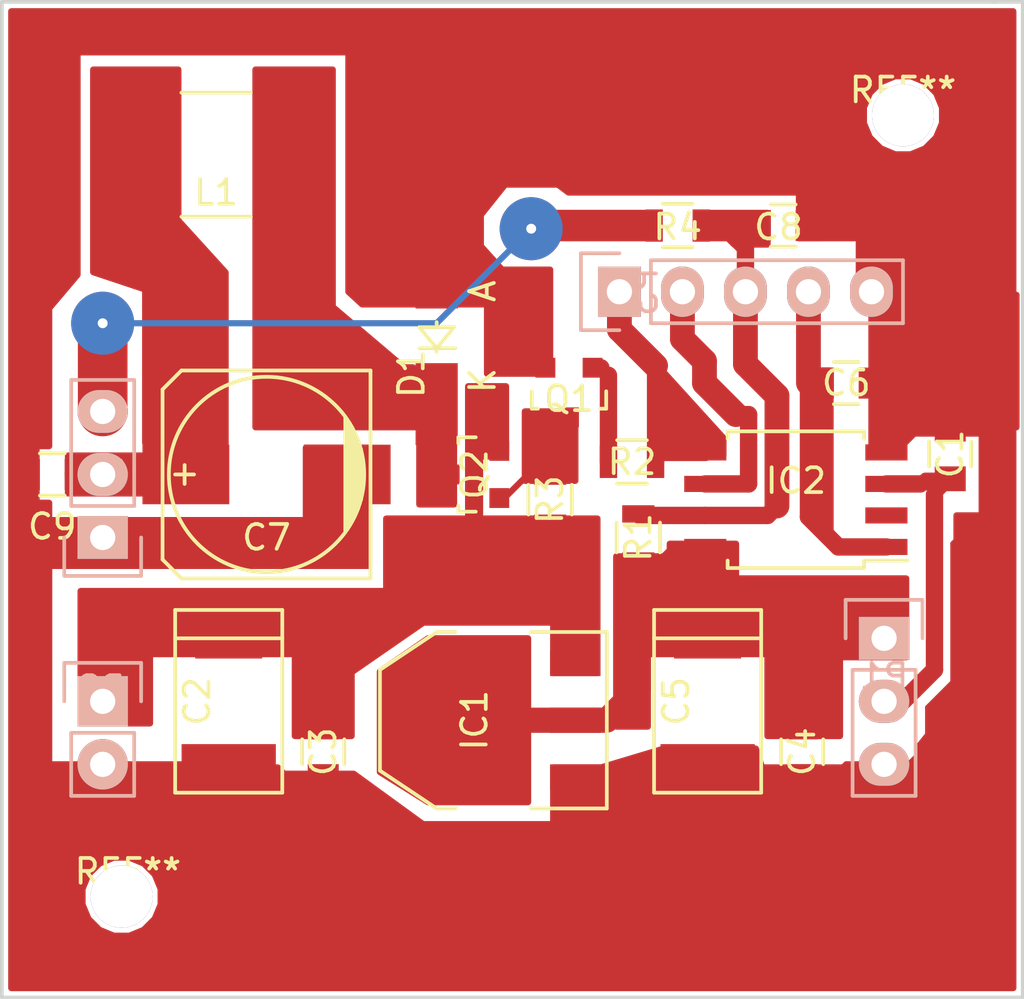
<source format=kicad_pcb>
(kicad_pcb (version 4) (host pcbnew 4.0.2+dfsg1-stable)

  (general
    (links 47)
    (no_connects 0)
    (area 13.640999 13.132999 54.939001 53.415001)
    (thickness 1.6)
    (drawings 5)
    (tracks 159)
    (zones 0)
    (modules 25)
    (nets 15)
  )

  (page A4)
  (title_block
    (title "Power Unit Cooler Controller")
    (rev 1.0)
    (comment 1 "Licence: GPLv3+")
    (comment 2 "aka Artyom Wetroff")
    (comment 3 "By White Fossa")
  )

  (layers
    (0 F.Cu signal)
    (31 B.Cu signal)
    (32 B.Adhes user)
    (33 F.Adhes user)
    (34 B.Paste user)
    (35 F.Paste user)
    (36 B.SilkS user)
    (37 F.SilkS user)
    (38 B.Mask user)
    (39 F.Mask user)
    (40 Dwgs.User user)
    (41 Cmts.User user)
    (42 Eco1.User user)
    (43 Eco2.User user)
    (44 Edge.Cuts user)
    (45 Margin user)
    (46 B.CrtYd user)
    (47 F.CrtYd user)
    (48 B.Fab user)
    (49 F.Fab user)
  )

  (setup
    (last_trace_width 1)
    (user_trace_width 0.4)
    (user_trace_width 0.5)
    (user_trace_width 0.7)
    (user_trace_width 1)
    (user_trace_width 1.3)
    (user_trace_width 1.5)
    (user_trace_width 1.8)
    (user_trace_width 2)
    (user_trace_width 2.5)
    (user_trace_width 3)
    (user_trace_width 4)
    (user_trace_width 5)
    (trace_clearance 0.2)
    (zone_clearance 0)
    (zone_45_only no)
    (trace_min 0.2)
    (segment_width 0.2)
    (edge_width 0.15)
    (via_size 2.54)
    (via_drill 0.4)
    (via_min_size 0.4)
    (via_min_drill 0.3)
    (uvia_size 0.3)
    (uvia_drill 0.1)
    (uvias_allowed no)
    (uvia_min_size 0.2)
    (uvia_min_drill 0.1)
    (pcb_text_width 0.3)
    (pcb_text_size 1.5 1.5)
    (mod_edge_width 0.15)
    (mod_text_size 1 1)
    (mod_text_width 0.15)
    (pad_size 1.524 1.524)
    (pad_drill 0.762)
    (pad_to_mask_clearance 0.2)
    (aux_axis_origin 0 0)
    (visible_elements FFFFFF7F)
    (pcbplotparams
      (layerselection 0x00030_80000001)
      (usegerberextensions false)
      (excludeedgelayer true)
      (linewidth 0.100000)
      (plotframeref false)
      (viasonmask false)
      (mode 1)
      (useauxorigin false)
      (hpglpennumber 1)
      (hpglpenspeed 20)
      (hpglpendiameter 15)
      (hpglpenoverlay 2)
      (psnegative false)
      (psa4output false)
      (plotreference true)
      (plotvalue true)
      (plotinvisibletext false)
      (padsonsilk false)
      (subtractmaskfromsilk false)
      (outputformat 1)
      (mirror false)
      (drillshape 1)
      (scaleselection 1)
      (outputdirectory ""))
  )

  (net 0 "")
  (net 1 "Net-(C1-Pad1)")
  (net 2 GND)
  (net 3 +12V)
  (net 4 +5V)
  (net 5 "Net-(C6-Pad1)")
  (net 6 "Net-(C7-Pad1)")
  (net 7 "Net-(IC2-Pad2)")
  (net 8 "Net-(IC2-Pad5)")
  (net 9 "Net-(IC2-Pad6)")
  (net 10 "Net-(Q1-Pad1)")
  (net 11 "Net-(Q1-Pad3)")
  (net 12 "Net-(C8-Pad1)")
  (net 13 "Net-(P4-Pad3)")
  (net 14 "Net-(D1-Pad1)")

  (net_class Default "This is the default net class."
    (clearance 0.2)
    (trace_width 0.25)
    (via_dia 2.54)
    (via_drill 0.4)
    (uvia_dia 0.3)
    (uvia_drill 0.1)
    (add_net +12V)
    (add_net +5V)
    (add_net GND)
    (add_net "Net-(C1-Pad1)")
    (add_net "Net-(C6-Pad1)")
    (add_net "Net-(C7-Pad1)")
    (add_net "Net-(C8-Pad1)")
    (add_net "Net-(D1-Pad1)")
    (add_net "Net-(IC2-Pad2)")
    (add_net "Net-(IC2-Pad5)")
    (add_net "Net-(IC2-Pad6)")
    (add_net "Net-(P4-Pad3)")
    (add_net "Net-(Q1-Pad1)")
    (add_net "Net-(Q1-Pad3)")
  )

  (module Capacitors_SMD:c_elec_8x10.5 (layer F.Cu) (tedit 56AD0862) (tstamp 56AD060B)
    (at 24.384 32.258 180)
    (descr "SMT capacitor, aluminium electrolytic, 8x10.5")
    (path /56A2A21A)
    (attr smd)
    (fp_text reference C7 (at 0 -2.54 180) (layer F.SilkS)
      (effects (font (size 1 1) (thickness 0.15)))
    )
    (fp_text value "100uF x 25V" (at 0 0 180) (layer F.Fab)
      (effects (font (size 1 1) (thickness 0.15)))
    )
    (fp_line (start -5.35 -4.55) (end 5.35 -4.55) (layer F.CrtYd) (width 0.05))
    (fp_line (start 5.35 -4.55) (end 5.35 4.55) (layer F.CrtYd) (width 0.05))
    (fp_line (start 5.35 4.55) (end -5.35 4.55) (layer F.CrtYd) (width 0.05))
    (fp_line (start -5.35 4.55) (end -5.35 -4.55) (layer F.CrtYd) (width 0.05))
    (fp_line (start -3.81 -1.016) (end -3.81 1.016) (layer F.SilkS) (width 0.15))
    (fp_line (start -3.683 1.397) (end -3.683 -1.397) (layer F.SilkS) (width 0.15))
    (fp_line (start -3.556 -1.651) (end -3.556 1.651) (layer F.SilkS) (width 0.15))
    (fp_line (start -3.429 1.905) (end -3.429 -1.905) (layer F.SilkS) (width 0.15))
    (fp_line (start -3.302 2.032) (end -3.302 -2.032) (layer F.SilkS) (width 0.15))
    (fp_line (start -3.175 -2.286) (end -3.175 2.286) (layer F.SilkS) (width 0.15))
    (fp_line (start -4.191 -4.191) (end -4.191 4.191) (layer F.SilkS) (width 0.15))
    (fp_line (start -4.191 4.191) (end 3.429 4.191) (layer F.SilkS) (width 0.15))
    (fp_line (start 3.429 4.191) (end 4.191 3.429) (layer F.SilkS) (width 0.15))
    (fp_line (start 4.191 3.429) (end 4.191 -3.429) (layer F.SilkS) (width 0.15))
    (fp_line (start 4.191 -3.429) (end 3.429 -4.191) (layer F.SilkS) (width 0.15))
    (fp_line (start 3.429 -4.191) (end -4.191 -4.191) (layer F.SilkS) (width 0.15))
    (fp_line (start 3.683 0) (end 2.921 0) (layer F.SilkS) (width 0.15))
    (fp_line (start 3.302 -0.381) (end 3.302 0.381) (layer F.SilkS) (width 0.15))
    (fp_circle (center 0 0) (end 3.937 0) (layer F.SilkS) (width 0.15))
    (pad 1 smd rect (at 3.2512 0 180) (size 3.50012 2.4003) (layers F.Cu F.Paste F.Mask)
      (net 6 "Net-(C7-Pad1)"))
    (pad 2 smd rect (at -3.2512 0 180) (size 3.50012 2.4003) (layers F.Cu F.Paste F.Mask)
      (net 2 GND))
    (model Capacitors_SMD.3dshapes/c_elec_8x10.5.wrl
      (at (xyz 0 0 0))
      (scale (xyz 1 1 1))
      (rotate (xyz 0 0 0))
    )
  )

  (module Capacitors_SMD:C_0805 (layer F.Cu) (tedit 56AD0E10) (tstamp 56AD05B8)
    (at 51.943 31.4325 90)
    (descr "Capacitor SMD 0805, reflow soldering, AVX (see smccp.pdf)")
    (tags "capacitor 0805")
    (path /56A319B4)
    (attr smd)
    (fp_text reference C1 (at 0 0 90) (layer F.SilkS)
      (effects (font (size 1 1) (thickness 0.15)))
    )
    (fp_text value 0.1uF (at 0 0 90) (layer F.Fab)
      (effects (font (size 1 1) (thickness 0.15)))
    )
    (fp_line (start -1.8 -1) (end 1.8 -1) (layer F.CrtYd) (width 0.05))
    (fp_line (start -1.8 1) (end 1.8 1) (layer F.CrtYd) (width 0.05))
    (fp_line (start -1.8 -1) (end -1.8 1) (layer F.CrtYd) (width 0.05))
    (fp_line (start 1.8 -1) (end 1.8 1) (layer F.CrtYd) (width 0.05))
    (fp_line (start 0.5 -0.85) (end -0.5 -0.85) (layer F.SilkS) (width 0.15))
    (fp_line (start -0.5 0.85) (end 0.5 0.85) (layer F.SilkS) (width 0.15))
    (pad 1 smd rect (at -1 0 90) (size 1 1.25) (layers F.Cu F.Paste F.Mask)
      (net 1 "Net-(C1-Pad1)"))
    (pad 2 smd rect (at 1 0 90) (size 1 1.25) (layers F.Cu F.Paste F.Mask)
      (net 2 GND))
    (model Capacitors_SMD.3dshapes/C_0805.wrl
      (at (xyz 0 0 0))
      (scale (xyz 1 1 1))
      (rotate (xyz 0 0 0))
    )
  )

  (module Capacitors_Tantalum_SMD:TantalC_SizeV_EIA-7343 (layer F.Cu) (tedit 56AD0AD0) (tstamp 56AD05C3)
    (at 22.86 41.402 90)
    (descr TantalC_SizeV_EIA-7343)
    (path /56A28506)
    (fp_text reference C2 (at 0 -1.27 90) (layer F.SilkS)
      (effects (font (size 1 1) (thickness 0.15)))
    )
    (fp_text value "47uF x 16V" (at 0 0 90) (layer F.Fab)
      (effects (font (size 1 1) (thickness 0.15)))
    )
    (fp_line (start 2.54 -2.159) (end 2.54 2.159) (layer F.SilkS) (width 0.15))
    (fp_line (start -3.683 -2.159) (end -3.683 2.159) (layer F.SilkS) (width 0.15))
    (fp_line (start -3.683 2.159) (end 3.683 2.159) (layer F.SilkS) (width 0.15))
    (fp_line (start 3.683 2.159) (end 3.683 -2.159) (layer F.SilkS) (width 0.15))
    (fp_line (start 3.683 -2.159) (end -3.683 -2.159) (layer F.SilkS) (width 0.15))
    (pad 1 smd rect (at 2.99974 0 90) (size 2.55016 2.70002) (layers F.Cu F.Paste F.Mask)
      (net 3 +12V))
    (pad 2 smd rect (at -2.99974 0 90) (size 2.55016 3.79984) (layers F.Cu F.Paste F.Mask)
      (net 2 GND))
    (model Capacitors_Tantalum_SMD.3dshapes/TantalC_SizeV_EIA-7343.wrl
      (at (xyz 0 0 0))
      (scale (xyz 1 1 1))
      (rotate (xyz 0 0 0))
    )
  )

  (module Capacitors_SMD:C_0805 (layer F.Cu) (tedit 56AD2302) (tstamp 56AD05CF)
    (at 26.67 43.434 270)
    (descr "Capacitor SMD 0805, reflow soldering, AVX (see smccp.pdf)")
    (tags "capacitor 0805")
    (path /56A286BB)
    (attr smd)
    (fp_text reference C3 (at 0 0 270) (layer F.SilkS)
      (effects (font (size 1 1) (thickness 0.15)))
    )
    (fp_text value 0.1uF (at 0 0.127 270) (layer F.Fab)
      (effects (font (size 1 1) (thickness 0.15)))
    )
    (fp_line (start -1.8 -1) (end 1.8 -1) (layer F.CrtYd) (width 0.05))
    (fp_line (start -1.8 1) (end 1.8 1) (layer F.CrtYd) (width 0.05))
    (fp_line (start -1.8 -1) (end -1.8 1) (layer F.CrtYd) (width 0.05))
    (fp_line (start 1.8 -1) (end 1.8 1) (layer F.CrtYd) (width 0.05))
    (fp_line (start 0.5 -0.85) (end -0.5 -0.85) (layer F.SilkS) (width 0.15))
    (fp_line (start -0.5 0.85) (end 0.5 0.85) (layer F.SilkS) (width 0.15))
    (pad 1 smd rect (at -1 0 270) (size 1 1.25) (layers F.Cu F.Paste F.Mask)
      (net 3 +12V))
    (pad 2 smd rect (at 1 0 270) (size 1 1.25) (layers F.Cu F.Paste F.Mask)
      (net 2 GND))
    (model Capacitors_SMD.3dshapes/C_0805.wrl
      (at (xyz 0 0 0))
      (scale (xyz 1 1 1))
      (rotate (xyz 0 0 0))
    )
  )

  (module Capacitors_SMD:C_0805 (layer F.Cu) (tedit 56AD0AC4) (tstamp 56AD05DB)
    (at 45.974 43.434 270)
    (descr "Capacitor SMD 0805, reflow soldering, AVX (see smccp.pdf)")
    (tags "capacitor 0805")
    (path /56A2876C)
    (attr smd)
    (fp_text reference C4 (at 0 0 270) (layer F.SilkS)
      (effects (font (size 1 1) (thickness 0.15)))
    )
    (fp_text value 0.1uF (at 0 0 270) (layer F.Fab)
      (effects (font (size 1 1) (thickness 0.15)))
    )
    (fp_line (start -1.8 -1) (end 1.8 -1) (layer F.CrtYd) (width 0.05))
    (fp_line (start -1.8 1) (end 1.8 1) (layer F.CrtYd) (width 0.05))
    (fp_line (start -1.8 -1) (end -1.8 1) (layer F.CrtYd) (width 0.05))
    (fp_line (start 1.8 -1) (end 1.8 1) (layer F.CrtYd) (width 0.05))
    (fp_line (start 0.5 -0.85) (end -0.5 -0.85) (layer F.SilkS) (width 0.15))
    (fp_line (start -0.5 0.85) (end 0.5 0.85) (layer F.SilkS) (width 0.15))
    (pad 1 smd rect (at -1 0 270) (size 1 1.25) (layers F.Cu F.Paste F.Mask)
      (net 4 +5V))
    (pad 2 smd rect (at 1 0 270) (size 1 1.25) (layers F.Cu F.Paste F.Mask)
      (net 2 GND))
    (model Capacitors_SMD.3dshapes/C_0805.wrl
      (at (xyz 0 0 0))
      (scale (xyz 1 1 1))
      (rotate (xyz 0 0 0))
    )
  )

  (module Capacitors_Tantalum_SMD:TantalC_SizeV_EIA-7343 (layer F.Cu) (tedit 56AD0AC7) (tstamp 56AD05E6)
    (at 42.164 41.402 90)
    (descr TantalC_SizeV_EIA-7343)
    (path /56A285E1)
    (fp_text reference C5 (at 0 -1.27 90) (layer F.SilkS)
      (effects (font (size 1 1) (thickness 0.15)))
    )
    (fp_text value "47uF x 16V" (at 0 0 90) (layer F.Fab)
      (effects (font (size 1 1) (thickness 0.15)))
    )
    (fp_line (start 2.54 -2.159) (end 2.54 2.159) (layer F.SilkS) (width 0.15))
    (fp_line (start -3.683 -2.159) (end -3.683 2.159) (layer F.SilkS) (width 0.15))
    (fp_line (start -3.683 2.159) (end 3.683 2.159) (layer F.SilkS) (width 0.15))
    (fp_line (start 3.683 2.159) (end 3.683 -2.159) (layer F.SilkS) (width 0.15))
    (fp_line (start 3.683 -2.159) (end -3.683 -2.159) (layer F.SilkS) (width 0.15))
    (pad 1 smd rect (at 2.99974 0 90) (size 2.55016 2.70002) (layers F.Cu F.Paste F.Mask)
      (net 4 +5V))
    (pad 2 smd rect (at -2.99974 0 90) (size 2.55016 3.79984) (layers F.Cu F.Paste F.Mask)
      (net 2 GND))
    (model Capacitors_Tantalum_SMD.3dshapes/TantalC_SizeV_EIA-7343.wrl
      (at (xyz 0 0 0))
      (scale (xyz 1 1 1))
      (rotate (xyz 0 0 0))
    )
  )

  (module Capacitors_SMD:C_0805 (layer F.Cu) (tedit 56AD11CF) (tstamp 56AD05F2)
    (at 47.752 28.575)
    (descr "Capacitor SMD 0805, reflow soldering, AVX (see smccp.pdf)")
    (tags "capacitor 0805")
    (path /56A37FC0)
    (attr smd)
    (fp_text reference C6 (at 0 0) (layer F.SilkS)
      (effects (font (size 1 1) (thickness 0.15)))
    )
    (fp_text value 0.1uF (at 0 0) (layer F.Fab)
      (effects (font (size 1 1) (thickness 0.15)))
    )
    (fp_line (start -1.8 -1) (end 1.8 -1) (layer F.CrtYd) (width 0.05))
    (fp_line (start -1.8 1) (end 1.8 1) (layer F.CrtYd) (width 0.05))
    (fp_line (start -1.8 -1) (end -1.8 1) (layer F.CrtYd) (width 0.05))
    (fp_line (start 1.8 -1) (end 1.8 1) (layer F.CrtYd) (width 0.05))
    (fp_line (start 0.5 -0.85) (end -0.5 -0.85) (layer F.SilkS) (width 0.15))
    (fp_line (start -0.5 0.85) (end 0.5 0.85) (layer F.SilkS) (width 0.15))
    (pad 1 smd rect (at -1 0) (size 1 1.25) (layers F.Cu F.Paste F.Mask)
      (net 5 "Net-(C6-Pad1)"))
    (pad 2 smd rect (at 1 0) (size 1 1.25) (layers F.Cu F.Paste F.Mask)
      (net 2 GND))
    (model Capacitors_SMD.3dshapes/C_0805.wrl
      (at (xyz 0 0 0))
      (scale (xyz 1 1 1))
      (rotate (xyz 0 0 0))
    )
  )

  (module Diodes_SMD:MiniMELF_Handsoldering (layer F.Cu) (tedit 56AD1279) (tstamp 56AD061E)
    (at 31.242 26.67 90)
    (descr "Diode Mini-MELF Handsoldering")
    (tags "Diode Mini-MELF Handsoldering")
    (path /56A2A04B)
    (attr smd)
    (fp_text reference D1 (at -1.524 -1.016 90) (layer F.SilkS)
      (effects (font (size 1 1) (thickness 0.15)))
    )
    (fp_text value 1N5819 (at -0.254 0 90) (layer F.Fab)
      (effects (font (size 1 1) (thickness 0.15)))
    )
    (fp_line (start -4.55 -1) (end 4.55 -1) (layer F.CrtYd) (width 0.05))
    (fp_line (start 4.55 -1) (end 4.55 1) (layer F.CrtYd) (width 0.05))
    (fp_line (start 4.55 1) (end -4.55 1) (layer F.CrtYd) (width 0.05))
    (fp_line (start -4.55 1) (end -4.55 -1) (layer F.CrtYd) (width 0.05))
    (fp_line (start -0.49958 0) (end -0.64944 0) (layer F.SilkS) (width 0.15))
    (fp_line (start 0.34878 0) (end 0.54944 0) (layer F.SilkS) (width 0.15))
    (fp_line (start -0.49958 0) (end -0.49958 0.7493) (layer F.SilkS) (width 0.15))
    (fp_line (start -0.49958 0) (end -0.49958 -0.70104) (layer F.SilkS) (width 0.15))
    (fp_line (start -0.49958 0) (end 0.34878 -0.70104) (layer F.SilkS) (width 0.15))
    (fp_line (start 0.34878 -0.70104) (end 0.34878 0.70104) (layer F.SilkS) (width 0.15))
    (fp_line (start 0.34878 0.70104) (end -0.49958 0) (layer F.SilkS) (width 0.15))
    (fp_text user K (at -1.8 1.85 90) (layer F.SilkS)
      (effects (font (size 1 1) (thickness 0.15)))
    )
    (fp_text user A (at 1.8 1.85 90) (layer F.SilkS)
      (effects (font (size 1 1) (thickness 0.15)))
    )
    (pad 1 smd rect (at -2.75082 0 90) (size 3.29946 1.69926) (layers F.Cu F.Paste F.Mask)
      (net 14 "Net-(D1-Pad1)"))
    (pad 2 smd rect (at 2.75082 0 90) (size 3.29946 1.69926) (layers F.Cu F.Paste F.Mask)
      (net 2 GND))
    (model Diodes_SMD.3dshapes/MiniMELF_Handsoldering.wrl
      (at (xyz 0 0 0))
      (scale (xyz 0.3937 0.3937 0.3937))
      (rotate (xyz 0 0 180))
    )
  )

  (module TO_SOT_Packages_SMD:SOT-223 (layer F.Cu) (tedit 0) (tstamp 56AD062E)
    (at 33.528 42.164 90)
    (descr "module CMS SOT223 4 pins")
    (tags "CMS SOT")
    (path /56A2830C)
    (attr smd)
    (fp_text reference IC1 (at 0 -0.762 90) (layer F.SilkS)
      (effects (font (size 1 1) (thickness 0.15)))
    )
    (fp_text value LM1117-5V (at 0 0.762 90) (layer F.Fab)
      (effects (font (size 1 1) (thickness 0.15)))
    )
    (fp_line (start -3.556 1.524) (end -3.556 4.572) (layer F.SilkS) (width 0.15))
    (fp_line (start -3.556 4.572) (end 3.556 4.572) (layer F.SilkS) (width 0.15))
    (fp_line (start 3.556 4.572) (end 3.556 1.524) (layer F.SilkS) (width 0.15))
    (fp_line (start -3.556 -1.524) (end -3.556 -2.286) (layer F.SilkS) (width 0.15))
    (fp_line (start -3.556 -2.286) (end -2.032 -4.572) (layer F.SilkS) (width 0.15))
    (fp_line (start -2.032 -4.572) (end 2.032 -4.572) (layer F.SilkS) (width 0.15))
    (fp_line (start 2.032 -4.572) (end 3.556 -2.286) (layer F.SilkS) (width 0.15))
    (fp_line (start 3.556 -2.286) (end 3.556 -1.524) (layer F.SilkS) (width 0.15))
    (pad 4 smd rect (at 0 -3.302 90) (size 3.6576 2.032) (layers F.Cu F.Paste F.Mask)
      (net 4 +5V))
    (pad 2 smd rect (at 0 3.302 90) (size 1.016 2.032) (layers F.Cu F.Paste F.Mask)
      (net 4 +5V))
    (pad 3 smd rect (at 2.286 3.302 90) (size 1.016 2.032) (layers F.Cu F.Paste F.Mask)
      (net 3 +12V))
    (pad 1 smd rect (at -2.286 3.302 90) (size 1.016 2.032) (layers F.Cu F.Paste F.Mask)
      (net 2 GND))
    (model TO_SOT_Packages_SMD.3dshapes/SOT-223.wrl
      (at (xyz 0 0 0))
      (scale (xyz 0.4 0.4 0.4))
      (rotate (xyz 0 0 0))
    )
  )

  (module Housings_SOIC:SOIJ-8_5.3x5.3mm_Pitch1.27mm (layer F.Cu) (tedit 56AD0EF4) (tstamp 56AD0645)
    (at 45.72 33.274 180)
    (descr "8-Lead Plastic Small Outline (SM) - Medium, 5.28 mm Body [SOIC] (see Microchip Packaging Specification 00000049BS.pdf)")
    (tags "SOIC 1.27")
    (path /56A2DEC9)
    (attr smd)
    (fp_text reference IC2 (at 0 0.762 180) (layer F.SilkS)
      (effects (font (size 1 1) (thickness 0.15)))
    )
    (fp_text value ATTINY25-SS (at 0.254 -0.508 180) (layer F.Fab)
      (effects (font (size 1 1) (thickness 0.15)))
    )
    (fp_line (start -4.75 -2.95) (end -4.75 2.95) (layer F.CrtYd) (width 0.05))
    (fp_line (start 4.75 -2.95) (end 4.75 2.95) (layer F.CrtYd) (width 0.05))
    (fp_line (start -4.75 -2.95) (end 4.75 -2.95) (layer F.CrtYd) (width 0.05))
    (fp_line (start -4.75 2.95) (end 4.75 2.95) (layer F.CrtYd) (width 0.05))
    (fp_line (start -2.75 -2.755) (end -2.75 -2.455) (layer F.SilkS) (width 0.15))
    (fp_line (start 2.75 -2.755) (end 2.75 -2.455) (layer F.SilkS) (width 0.15))
    (fp_line (start 2.75 2.755) (end 2.75 2.455) (layer F.SilkS) (width 0.15))
    (fp_line (start -2.75 2.755) (end -2.75 2.455) (layer F.SilkS) (width 0.15))
    (fp_line (start -2.75 -2.755) (end 2.75 -2.755) (layer F.SilkS) (width 0.15))
    (fp_line (start -2.75 2.755) (end 2.75 2.755) (layer F.SilkS) (width 0.15))
    (fp_line (start -2.75 -2.455) (end -4.5 -2.455) (layer F.SilkS) (width 0.15))
    (pad 1 smd rect (at -3.65 -1.905 180) (size 1.7 0.65) (layers F.Cu F.Paste F.Mask)
      (net 5 "Net-(C6-Pad1)"))
    (pad 2 smd rect (at -3.65 -0.635 180) (size 1.7 0.65) (layers F.Cu F.Paste F.Mask)
      (net 7 "Net-(IC2-Pad2)"))
    (pad 3 smd rect (at -3.65 0.635 180) (size 1.7 0.65) (layers F.Cu F.Paste F.Mask)
      (net 1 "Net-(C1-Pad1)"))
    (pad 4 smd rect (at -3.65 1.905 180) (size 1.7 0.65) (layers F.Cu F.Paste F.Mask)
      (net 2 GND))
    (pad 5 smd rect (at 3.65 1.905 180) (size 1.7 0.65) (layers F.Cu F.Paste F.Mask)
      (net 8 "Net-(IC2-Pad5)"))
    (pad 6 smd rect (at 3.65 0.635 180) (size 1.7 0.65) (layers F.Cu F.Paste F.Mask)
      (net 9 "Net-(IC2-Pad6)"))
    (pad 7 smd rect (at 3.65 -0.635 180) (size 1.7 0.65) (layers F.Cu F.Paste F.Mask)
      (net 12 "Net-(C8-Pad1)"))
    (pad 8 smd rect (at 3.65 -1.905 180) (size 1.7 0.65) (layers F.Cu F.Paste F.Mask)
      (net 4 +5V))
    (model Housings_SOIC.3dshapes/SOIJ-8_5.3x5.3mm_Pitch1.27mm.wrl
      (at (xyz 0 0 0))
      (scale (xyz 1 1 1))
      (rotate (xyz 0 0 0))
    )
  )

  (module Inductors_NEOSID:Neosid_Inductor_SM-NE56_SMD2220 (layer F.Cu) (tedit 56AD0864) (tstamp 56AD064D)
    (at 22.352 19.3675 180)
    (descr "Neosid, Inductor, SM-NE56, SMD2220, Festinduktivitaet, SMD,")
    (tags "Neosid, Inductor, SM-NE56, SMD2220, Festinduktivitaet, SMD,")
    (path /56A2A6E2)
    (attr smd)
    (fp_text reference L1 (at 0 -1.524 180) (layer F.SilkS)
      (effects (font (size 1 1) (thickness 0.15)))
    )
    (fp_text value 100uH (at 0.254 0 180) (layer F.Fab)
      (effects (font (size 1 1) (thickness 0.15)))
    )
    (fp_line (start 1.39954 2.49936) (end -1.39954 2.49936) (layer F.SilkS) (width 0.15))
    (fp_line (start 1.39954 -2.49936) (end -1.39954 -2.49936) (layer F.SilkS) (width 0.15))
    (pad 2 smd rect (at 2.99974 0 180) (size 1.99898 4.50088) (layers F.Cu F.Paste F.Mask)
      (net 6 "Net-(C7-Pad1)"))
    (pad 1 smd rect (at -2.99974 0 180) (size 1.99898 4.50088) (layers F.Cu F.Paste F.Mask)
      (net 14 "Net-(D1-Pad1)"))
  )

  (module Pin_Headers:Pin_Header_Straight_1x03 (layer B.Cu) (tedit 56AD0EEC) (tstamp 56AD065F)
    (at 49.276 38.862 180)
    (descr "Through hole pin header")
    (tags "pin header")
    (path /56A30D79)
    (fp_text reference P1 (at 0 -1.524 180) (layer B.SilkS)
      (effects (font (size 1 1) (thickness 0.15)) (justify mirror))
    )
    (fp_text value Sensor (at 0 -1.27 180) (layer B.Fab)
      (effects (font (size 1 1) (thickness 0.15)) (justify mirror))
    )
    (fp_line (start -1.75 1.75) (end -1.75 -6.85) (layer B.CrtYd) (width 0.05))
    (fp_line (start 1.75 1.75) (end 1.75 -6.85) (layer B.CrtYd) (width 0.05))
    (fp_line (start -1.75 1.75) (end 1.75 1.75) (layer B.CrtYd) (width 0.05))
    (fp_line (start -1.75 -6.85) (end 1.75 -6.85) (layer B.CrtYd) (width 0.05))
    (fp_line (start -1.27 -1.27) (end -1.27 -6.35) (layer B.SilkS) (width 0.15))
    (fp_line (start -1.27 -6.35) (end 1.27 -6.35) (layer B.SilkS) (width 0.15))
    (fp_line (start 1.27 -6.35) (end 1.27 -1.27) (layer B.SilkS) (width 0.15))
    (fp_line (start 1.55 1.55) (end 1.55 0) (layer B.SilkS) (width 0.15))
    (fp_line (start 1.27 -1.27) (end -1.27 -1.27) (layer B.SilkS) (width 0.15))
    (fp_line (start -1.55 0) (end -1.55 1.55) (layer B.SilkS) (width 0.15))
    (fp_line (start -1.55 1.55) (end 1.55 1.55) (layer B.SilkS) (width 0.15))
    (pad 1 thru_hole rect (at 0 0 180) (size 2.032 1.7272) (drill 1.016) (layers *.Cu *.Mask B.SilkS)
      (net 4 +5V))
    (pad 2 thru_hole oval (at 0 -2.54 180) (size 2.032 1.7272) (drill 1.016) (layers *.Cu *.Mask B.SilkS)
      (net 1 "Net-(C1-Pad1)"))
    (pad 3 thru_hole oval (at 0 -5.08 180) (size 2.032 1.7272) (drill 1.016) (layers *.Cu *.Mask B.SilkS)
      (net 2 GND))
    (model Pin_Headers.3dshapes/Pin_Header_Straight_1x03.wrl
      (at (xyz 0 -0.1 0))
      (scale (xyz 1 1 1))
      (rotate (xyz 0 0 90))
    )
  )

  (module Pin_Headers:Pin_Header_Straight_1x02 (layer B.Cu) (tedit 56AD0A2F) (tstamp 56AD0670)
    (at 17.78 41.402 180)
    (descr "Through hole pin header")
    (tags "pin header")
    (path /56A36320)
    (fp_text reference P2 (at 0.0635 0.508 180) (layer B.SilkS)
      (effects (font (size 1 1) (thickness 0.15)) (justify mirror))
    )
    (fp_text value Power (at 0.0635 -1.016 180) (layer B.Fab)
      (effects (font (size 1 1) (thickness 0.15)) (justify mirror))
    )
    (fp_line (start 1.27 -1.27) (end 1.27 -3.81) (layer B.SilkS) (width 0.15))
    (fp_line (start 1.55 1.55) (end 1.55 0) (layer B.SilkS) (width 0.15))
    (fp_line (start -1.75 1.75) (end -1.75 -4.3) (layer B.CrtYd) (width 0.05))
    (fp_line (start 1.75 1.75) (end 1.75 -4.3) (layer B.CrtYd) (width 0.05))
    (fp_line (start -1.75 1.75) (end 1.75 1.75) (layer B.CrtYd) (width 0.05))
    (fp_line (start -1.75 -4.3) (end 1.75 -4.3) (layer B.CrtYd) (width 0.05))
    (fp_line (start 1.27 -1.27) (end -1.27 -1.27) (layer B.SilkS) (width 0.15))
    (fp_line (start -1.55 0) (end -1.55 1.55) (layer B.SilkS) (width 0.15))
    (fp_line (start -1.55 1.55) (end 1.55 1.55) (layer B.SilkS) (width 0.15))
    (fp_line (start -1.27 -1.27) (end -1.27 -3.81) (layer B.SilkS) (width 0.15))
    (fp_line (start -1.27 -3.81) (end 1.27 -3.81) (layer B.SilkS) (width 0.15))
    (pad 1 thru_hole rect (at 0 0 180) (size 2.032 2.032) (drill 1.016) (layers *.Cu *.Mask B.SilkS)
      (net 3 +12V))
    (pad 2 thru_hole oval (at 0 -2.54 180) (size 2.032 2.032) (drill 1.016) (layers *.Cu *.Mask B.SilkS)
      (net 2 GND))
    (model Pin_Headers.3dshapes/Pin_Header_Straight_1x02.wrl
      (at (xyz 0 -0.05 0))
      (scale (xyz 1 1 1))
      (rotate (xyz 0 0 90))
    )
  )

  (module Pin_Headers:Pin_Header_Straight_1x05 (layer B.Cu) (tedit 56AD1272) (tstamp 56AD0684)
    (at 38.608 24.892 270)
    (descr "Through hole pin header")
    (tags "pin header")
    (path /56A37206)
    (fp_text reference P3 (at 0 -1.016 270) (layer B.SilkS)
      (effects (font (size 1 1) (thickness 0.15)) (justify mirror))
    )
    (fp_text value Programmer (at 0 -3.81 270) (layer B.Fab)
      (effects (font (size 1 1) (thickness 0.15)) (justify mirror))
    )
    (fp_line (start -1.55 0) (end -1.55 1.55) (layer B.SilkS) (width 0.15))
    (fp_line (start -1.55 1.55) (end 1.55 1.55) (layer B.SilkS) (width 0.15))
    (fp_line (start 1.55 1.55) (end 1.55 0) (layer B.SilkS) (width 0.15))
    (fp_line (start -1.75 1.75) (end -1.75 -11.95) (layer B.CrtYd) (width 0.05))
    (fp_line (start 1.75 1.75) (end 1.75 -11.95) (layer B.CrtYd) (width 0.05))
    (fp_line (start -1.75 1.75) (end 1.75 1.75) (layer B.CrtYd) (width 0.05))
    (fp_line (start -1.75 -11.95) (end 1.75 -11.95) (layer B.CrtYd) (width 0.05))
    (fp_line (start 1.27 -1.27) (end 1.27 -11.43) (layer B.SilkS) (width 0.15))
    (fp_line (start 1.27 -11.43) (end -1.27 -11.43) (layer B.SilkS) (width 0.15))
    (fp_line (start -1.27 -11.43) (end -1.27 -1.27) (layer B.SilkS) (width 0.15))
    (fp_line (start 1.27 -1.27) (end -1.27 -1.27) (layer B.SilkS) (width 0.15))
    (pad 1 thru_hole rect (at 0 0 270) (size 2.032 1.7272) (drill 1.016) (layers *.Cu *.Mask B.SilkS)
      (net 8 "Net-(IC2-Pad5)"))
    (pad 2 thru_hole oval (at 0 -2.54 270) (size 2.032 1.7272) (drill 1.016) (layers *.Cu *.Mask B.SilkS)
      (net 9 "Net-(IC2-Pad6)"))
    (pad 3 thru_hole oval (at 0 -5.08 270) (size 2.032 1.7272) (drill 1.016) (layers *.Cu *.Mask B.SilkS)
      (net 12 "Net-(C8-Pad1)"))
    (pad 4 thru_hole oval (at 0 -7.62 270) (size 2.032 1.7272) (drill 1.016) (layers *.Cu *.Mask B.SilkS)
      (net 5 "Net-(C6-Pad1)"))
    (pad 5 thru_hole oval (at 0 -10.16 270) (size 2.032 1.7272) (drill 1.016) (layers *.Cu *.Mask B.SilkS)
      (net 2 GND))
    (model Pin_Headers.3dshapes/Pin_Header_Straight_1x05.wrl
      (at (xyz 0 -0.2 0))
      (scale (xyz 1 1 1))
      (rotate (xyz 0 0 90))
    )
  )

  (module Pin_Headers:Pin_Header_Straight_1x03 (layer B.Cu) (tedit 56AD22F9) (tstamp 56AD0696)
    (at 17.78 34.798)
    (descr "Through hole pin header")
    (tags "pin header")
    (path /56A2C9DB)
    (fp_text reference P4 (at 0 -2.54) (layer B.SilkS)
      (effects (font (size 1 1) (thickness 0.15)) (justify mirror))
    )
    (fp_text value Cooler (at 0.508 -3.81) (layer B.Fab)
      (effects (font (size 1 1) (thickness 0.15)) (justify mirror))
    )
    (fp_line (start -1.75 1.75) (end -1.75 -6.85) (layer B.CrtYd) (width 0.05))
    (fp_line (start 1.75 1.75) (end 1.75 -6.85) (layer B.CrtYd) (width 0.05))
    (fp_line (start -1.75 1.75) (end 1.75 1.75) (layer B.CrtYd) (width 0.05))
    (fp_line (start -1.75 -6.85) (end 1.75 -6.85) (layer B.CrtYd) (width 0.05))
    (fp_line (start -1.27 -1.27) (end -1.27 -6.35) (layer B.SilkS) (width 0.15))
    (fp_line (start -1.27 -6.35) (end 1.27 -6.35) (layer B.SilkS) (width 0.15))
    (fp_line (start 1.27 -6.35) (end 1.27 -1.27) (layer B.SilkS) (width 0.15))
    (fp_line (start 1.55 1.55) (end 1.55 0) (layer B.SilkS) (width 0.15))
    (fp_line (start 1.27 -1.27) (end -1.27 -1.27) (layer B.SilkS) (width 0.15))
    (fp_line (start -1.55 0) (end -1.55 1.55) (layer B.SilkS) (width 0.15))
    (fp_line (start -1.55 1.55) (end 1.55 1.55) (layer B.SilkS) (width 0.15))
    (pad 1 thru_hole rect (at 0 0) (size 2.032 1.7272) (drill 1.016) (layers *.Cu *.Mask B.SilkS)
      (net 2 GND))
    (pad 2 thru_hole oval (at 0 -2.54) (size 2.032 1.7272) (drill 1.016) (layers *.Cu *.Mask B.SilkS)
      (net 6 "Net-(C7-Pad1)"))
    (pad 3 thru_hole oval (at 0 -5.08) (size 2.032 1.7272) (drill 1.016) (layers *.Cu *.Mask B.SilkS)
      (net 13 "Net-(P4-Pad3)"))
    (model Pin_Headers.3dshapes/Pin_Header_Straight_1x03.wrl
      (at (xyz 0 -0.1 0))
      (scale (xyz 1 1 1))
      (rotate (xyz 0 0 90))
    )
  )

  (module TO_SOT_Packages_SMD:SOT-23 (layer F.Cu) (tedit 56AD2320) (tstamp 56AD06A6)
    (at 36.576 28.956 180)
    (descr "SOT-23, Standard")
    (tags SOT-23)
    (path /56A2964D)
    (attr smd)
    (fp_text reference Q1 (at 0 -0.254 180) (layer F.SilkS)
      (effects (font (size 1 1) (thickness 0.15)))
    )
    (fp_text value BC850 (at 0.508 0.254 180) (layer F.Fab)
      (effects (font (size 1 1) (thickness 0.15)))
    )
    (fp_line (start -1.65 -1.6) (end 1.65 -1.6) (layer F.CrtYd) (width 0.05))
    (fp_line (start 1.65 -1.6) (end 1.65 1.6) (layer F.CrtYd) (width 0.05))
    (fp_line (start 1.65 1.6) (end -1.65 1.6) (layer F.CrtYd) (width 0.05))
    (fp_line (start -1.65 1.6) (end -1.65 -1.6) (layer F.CrtYd) (width 0.05))
    (fp_line (start 1.29916 -0.65024) (end 1.2509 -0.65024) (layer F.SilkS) (width 0.15))
    (fp_line (start -1.49982 0.0508) (end -1.49982 -0.65024) (layer F.SilkS) (width 0.15))
    (fp_line (start -1.49982 -0.65024) (end -1.2509 -0.65024) (layer F.SilkS) (width 0.15))
    (fp_line (start 1.29916 -0.65024) (end 1.49982 -0.65024) (layer F.SilkS) (width 0.15))
    (fp_line (start 1.49982 -0.65024) (end 1.49982 0.0508) (layer F.SilkS) (width 0.15))
    (pad 1 smd rect (at -0.95 1.00076 180) (size 0.8001 0.8001) (layers F.Cu F.Paste F.Mask)
      (net 10 "Net-(Q1-Pad1)"))
    (pad 2 smd rect (at 0.95 1.00076 180) (size 0.8001 0.8001) (layers F.Cu F.Paste F.Mask)
      (net 2 GND))
    (pad 3 smd rect (at 0 -0.99822 180) (size 0.8001 0.8001) (layers F.Cu F.Paste F.Mask)
      (net 11 "Net-(Q1-Pad3)"))
    (model TO_SOT_Packages_SMD.3dshapes/SOT-23.wrl
      (at (xyz 0 0 0))
      (scale (xyz 1 1 1))
      (rotate (xyz 0 0 0))
    )
  )

  (module TO_SOT_Packages_SMD:SOT-23 (layer F.Cu) (tedit 56AD2324) (tstamp 56AD06B6)
    (at 32.766 32.258 90)
    (descr "SOT-23, Standard")
    (tags SOT-23)
    (path /56ACFD1A)
    (attr smd)
    (fp_text reference Q2 (at 0 0 90) (layer F.SilkS)
      (effects (font (size 1 1) (thickness 0.15)))
    )
    (fp_text value IRLML6402 (at -0.254 -2.54 90) (layer F.Fab)
      (effects (font (size 1 1) (thickness 0.15)))
    )
    (fp_line (start -1.65 -1.6) (end 1.65 -1.6) (layer F.CrtYd) (width 0.05))
    (fp_line (start 1.65 -1.6) (end 1.65 1.6) (layer F.CrtYd) (width 0.05))
    (fp_line (start 1.65 1.6) (end -1.65 1.6) (layer F.CrtYd) (width 0.05))
    (fp_line (start -1.65 1.6) (end -1.65 -1.6) (layer F.CrtYd) (width 0.05))
    (fp_line (start 1.29916 -0.65024) (end 1.2509 -0.65024) (layer F.SilkS) (width 0.15))
    (fp_line (start -1.49982 0.0508) (end -1.49982 -0.65024) (layer F.SilkS) (width 0.15))
    (fp_line (start -1.49982 -0.65024) (end -1.2509 -0.65024) (layer F.SilkS) (width 0.15))
    (fp_line (start 1.29916 -0.65024) (end 1.49982 -0.65024) (layer F.SilkS) (width 0.15))
    (fp_line (start 1.49982 -0.65024) (end 1.49982 0.0508) (layer F.SilkS) (width 0.15))
    (pad 1 smd rect (at -0.95 1.00076 90) (size 0.8001 0.8001) (layers F.Cu F.Paste F.Mask)
      (net 11 "Net-(Q1-Pad3)"))
    (pad 2 smd rect (at 0.95 1.00076 90) (size 0.8001 0.8001) (layers F.Cu F.Paste F.Mask)
      (net 3 +12V))
    (pad 3 smd rect (at 0 -0.99822 90) (size 0.8001 0.8001) (layers F.Cu F.Paste F.Mask)
      (net 14 "Net-(D1-Pad1)"))
    (model TO_SOT_Packages_SMD.3dshapes/SOT-23.wrl
      (at (xyz 0 0 0))
      (scale (xyz 1 1 1))
      (rotate (xyz 0 0 0))
    )
  )

  (module Resistors_SMD:R_0805 (layer F.Cu) (tedit 56AD230C) (tstamp 56AD06C2)
    (at 39.37 34.798 90)
    (descr "Resistor SMD 0805, reflow soldering, Vishay (see dcrcw.pdf)")
    (tags "resistor 0805")
    (path /56A2D7C2)
    (attr smd)
    (fp_text reference R1 (at 0 0 90) (layer F.SilkS)
      (effects (font (size 1 1) (thickness 0.15)))
    )
    (fp_text value 2k (at 0 0 90) (layer F.Fab)
      (effects (font (size 1 1) (thickness 0.15)))
    )
    (fp_line (start -1.6 -1) (end 1.6 -1) (layer F.CrtYd) (width 0.05))
    (fp_line (start -1.6 1) (end 1.6 1) (layer F.CrtYd) (width 0.05))
    (fp_line (start -1.6 -1) (end -1.6 1) (layer F.CrtYd) (width 0.05))
    (fp_line (start 1.6 -1) (end 1.6 1) (layer F.CrtYd) (width 0.05))
    (fp_line (start 0.6 0.875) (end -0.6 0.875) (layer F.SilkS) (width 0.15))
    (fp_line (start -0.6 -0.875) (end 0.6 -0.875) (layer F.SilkS) (width 0.15))
    (pad 1 smd rect (at -0.95 0 90) (size 0.7 1.3) (layers F.Cu F.Paste F.Mask)
      (net 4 +5V))
    (pad 2 smd rect (at 0.95 0 90) (size 0.7 1.3) (layers F.Cu F.Paste F.Mask)
      (net 12 "Net-(C8-Pad1)"))
    (model Resistors_SMD.3dshapes/R_0805.wrl
      (at (xyz 0 0 0))
      (scale (xyz 1 1 1))
      (rotate (xyz 0 0 0))
    )
  )

  (module Resistors_SMD:R_0805 (layer F.Cu) (tedit 56AD07B9) (tstamp 56AD06CE)
    (at 39.116 31.75)
    (descr "Resistor SMD 0805, reflow soldering, Vishay (see dcrcw.pdf)")
    (tags "resistor 0805")
    (path /56A292F9)
    (attr smd)
    (fp_text reference R2 (at 0 0) (layer F.SilkS)
      (effects (font (size 1 1) (thickness 0.15)))
    )
    (fp_text value 4k7 (at 0 0) (layer F.Fab)
      (effects (font (size 1 1) (thickness 0.15)))
    )
    (fp_line (start -1.6 -1) (end 1.6 -1) (layer F.CrtYd) (width 0.05))
    (fp_line (start -1.6 1) (end 1.6 1) (layer F.CrtYd) (width 0.05))
    (fp_line (start -1.6 -1) (end -1.6 1) (layer F.CrtYd) (width 0.05))
    (fp_line (start 1.6 -1) (end 1.6 1) (layer F.CrtYd) (width 0.05))
    (fp_line (start 0.6 0.875) (end -0.6 0.875) (layer F.SilkS) (width 0.15))
    (fp_line (start -0.6 -0.875) (end 0.6 -0.875) (layer F.SilkS) (width 0.15))
    (pad 1 smd rect (at -0.95 0) (size 0.7 1.3) (layers F.Cu F.Paste F.Mask)
      (net 10 "Net-(Q1-Pad1)"))
    (pad 2 smd rect (at 0.95 0) (size 0.7 1.3) (layers F.Cu F.Paste F.Mask)
      (net 8 "Net-(IC2-Pad5)"))
    (model Resistors_SMD.3dshapes/R_0805.wrl
      (at (xyz 0 0 0))
      (scale (xyz 1 1 1))
      (rotate (xyz 0 0 0))
    )
  )

  (module Resistors_SMD:R_0805 (layer F.Cu) (tedit 56AD07B6) (tstamp 56AD06DA)
    (at 35.814 33.274 90)
    (descr "Resistor SMD 0805, reflow soldering, Vishay (see dcrcw.pdf)")
    (tags "resistor 0805")
    (path /56A29753)
    (attr smd)
    (fp_text reference R3 (at 0 0 90) (layer F.SilkS)
      (effects (font (size 1 1) (thickness 0.15)))
    )
    (fp_text value 1k2 (at 0 0 90) (layer F.Fab)
      (effects (font (size 1 1) (thickness 0.15)))
    )
    (fp_line (start -1.6 -1) (end 1.6 -1) (layer F.CrtYd) (width 0.05))
    (fp_line (start -1.6 1) (end 1.6 1) (layer F.CrtYd) (width 0.05))
    (fp_line (start -1.6 -1) (end -1.6 1) (layer F.CrtYd) (width 0.05))
    (fp_line (start 1.6 -1) (end 1.6 1) (layer F.CrtYd) (width 0.05))
    (fp_line (start 0.6 0.875) (end -0.6 0.875) (layer F.SilkS) (width 0.15))
    (fp_line (start -0.6 -0.875) (end 0.6 -0.875) (layer F.SilkS) (width 0.15))
    (pad 1 smd rect (at -0.95 0 90) (size 0.7 1.3) (layers F.Cu F.Paste F.Mask)
      (net 3 +12V))
    (pad 2 smd rect (at 0.95 0 90) (size 0.7 1.3) (layers F.Cu F.Paste F.Mask)
      (net 11 "Net-(Q1-Pad3)"))
    (model Resistors_SMD.3dshapes/R_0805.wrl
      (at (xyz 0 0 0))
      (scale (xyz 1 1 1))
      (rotate (xyz 0 0 0))
    )
  )

  (module Mounting_Holes:MountingHole_2-5mm (layer F.Cu) (tedit 56AD22DF) (tstamp 56ADD83F)
    (at 50.038 17.78)
    (descr "Mounting hole, Befestigungsbohrung, 2,5mm, No Annular, Kein Restring,")
    (tags "Mounting hole, Befestigungsbohrung, 2,5mm, No Annular, Kein Restring,")
    (fp_text reference REF** (at 0 -1.016) (layer F.SilkS)
      (effects (font (size 1 1) (thickness 0.15)))
    )
    (fp_text value MountingHole_2-5mm (at -3.81 0) (layer F.Fab)
      (effects (font (size 1 1) (thickness 0.15)))
    )
    (fp_circle (center 0 0) (end 2.5 0) (layer Cmts.User) (width 0.381))
    (pad 1 thru_hole circle (at 0 0) (size 2.5 2.5) (drill 2.5) (layers))
  )

  (module Mounting_Holes:MountingHole_2-5mm (layer F.Cu) (tedit 56AD22E4) (tstamp 56ADD84A)
    (at 18.542 49.276)
    (descr "Mounting hole, Befestigungsbohrung, 2,5mm, No Annular, Kein Restring,")
    (tags "Mounting hole, Befestigungsbohrung, 2,5mm, No Annular, Kein Restring,")
    (fp_text reference REF** (at 0.254 -1.016) (layer F.SilkS)
      (effects (font (size 1 1) (thickness 0.15)))
    )
    (fp_text value MountingHole_2-5mm (at 3.81 1.524) (layer F.Fab)
      (effects (font (size 1 1) (thickness 0.15)))
    )
    (fp_circle (center 0 0) (end 2.5 0) (layer Cmts.User) (width 0.381))
    (pad 1 thru_hole circle (at 0 0) (size 2.5 2.5) (drill 2.5) (layers))
  )

  (module Capacitors_SMD:C_0805 (layer F.Cu) (tedit 56CB56D9) (tstamp 56CB533E)
    (at 45.212 22.225)
    (descr "Capacitor SMD 0805, reflow soldering, AVX (see smccp.pdf)")
    (tags "capacitor 0805")
    (path /56CA244B)
    (attr smd)
    (fp_text reference C8 (at -0.1905 0.0635) (layer F.SilkS)
      (effects (font (size 1 1) (thickness 0.15)))
    )
    (fp_text value 0.1uF (at 0 0.0635) (layer F.Fab)
      (effects (font (size 1 1) (thickness 0.15)))
    )
    (fp_line (start -1.8 -1) (end 1.8 -1) (layer F.CrtYd) (width 0.05))
    (fp_line (start -1.8 1) (end 1.8 1) (layer F.CrtYd) (width 0.05))
    (fp_line (start -1.8 -1) (end -1.8 1) (layer F.CrtYd) (width 0.05))
    (fp_line (start 1.8 -1) (end 1.8 1) (layer F.CrtYd) (width 0.05))
    (fp_line (start 0.5 -0.85) (end -0.5 -0.85) (layer F.SilkS) (width 0.15))
    (fp_line (start -0.5 0.85) (end 0.5 0.85) (layer F.SilkS) (width 0.15))
    (pad 1 smd rect (at -1 0) (size 1 1.25) (layers F.Cu F.Paste F.Mask)
      (net 12 "Net-(C8-Pad1)"))
    (pad 2 smd rect (at 1 0) (size 1 1.25) (layers F.Cu F.Paste F.Mask)
      (net 2 GND))
    (model Capacitors_SMD.3dshapes/C_0805.wrl
      (at (xyz 0 0 0))
      (scale (xyz 1 1 1))
      (rotate (xyz 0 0 0))
    )
  )

  (module Capacitors_SMD:C_0805 (layer F.Cu) (tedit 5415D6EA) (tstamp 56CB534A)
    (at 15.748 32.258 180)
    (descr "Capacitor SMD 0805, reflow soldering, AVX (see smccp.pdf)")
    (tags "capacitor 0805")
    (path /56CB542C)
    (attr smd)
    (fp_text reference C9 (at 0 -2.1 180) (layer F.SilkS)
      (effects (font (size 1 1) (thickness 0.15)))
    )
    (fp_text value 1uF (at 0 2.1 180) (layer F.Fab)
      (effects (font (size 1 1) (thickness 0.15)))
    )
    (fp_line (start -1.8 -1) (end 1.8 -1) (layer F.CrtYd) (width 0.05))
    (fp_line (start -1.8 1) (end 1.8 1) (layer F.CrtYd) (width 0.05))
    (fp_line (start -1.8 -1) (end -1.8 1) (layer F.CrtYd) (width 0.05))
    (fp_line (start 1.8 -1) (end 1.8 1) (layer F.CrtYd) (width 0.05))
    (fp_line (start 0.5 -0.85) (end -0.5 -0.85) (layer F.SilkS) (width 0.15))
    (fp_line (start -0.5 0.85) (end 0.5 0.85) (layer F.SilkS) (width 0.15))
    (pad 1 smd rect (at -1 0 180) (size 1 1.25) (layers F.Cu F.Paste F.Mask)
      (net 6 "Net-(C7-Pad1)"))
    (pad 2 smd rect (at 1 0 180) (size 1 1.25) (layers F.Cu F.Paste F.Mask)
      (net 2 GND))
    (model Capacitors_SMD.3dshapes/C_0805.wrl
      (at (xyz 0 0 0))
      (scale (xyz 1 1 1))
      (rotate (xyz 0 0 0))
    )
  )

  (module Resistors_SMD:R_0805 (layer F.Cu) (tedit 56CB56DE) (tstamp 56CB5356)
    (at 40.9575 22.225)
    (descr "Resistor SMD 0805, reflow soldering, Vishay (see dcrcw.pdf)")
    (tags "resistor 0805")
    (path /56CA2C2A)
    (attr smd)
    (fp_text reference R4 (at 0 0.0635) (layer F.SilkS)
      (effects (font (size 1 1) (thickness 0.15)))
    )
    (fp_text value 470 (at 0 -0.0635) (layer F.Fab)
      (effects (font (size 1 1) (thickness 0.15)))
    )
    (fp_line (start -1.6 -1) (end 1.6 -1) (layer F.CrtYd) (width 0.05))
    (fp_line (start -1.6 1) (end 1.6 1) (layer F.CrtYd) (width 0.05))
    (fp_line (start -1.6 -1) (end -1.6 1) (layer F.CrtYd) (width 0.05))
    (fp_line (start 1.6 -1) (end 1.6 1) (layer F.CrtYd) (width 0.05))
    (fp_line (start 0.6 0.875) (end -0.6 0.875) (layer F.SilkS) (width 0.15))
    (fp_line (start -0.6 -0.875) (end 0.6 -0.875) (layer F.SilkS) (width 0.15))
    (pad 1 smd rect (at -0.95 0) (size 0.7 1.3) (layers F.Cu F.Paste F.Mask)
      (net 13 "Net-(P4-Pad3)"))
    (pad 2 smd rect (at 0.95 0) (size 0.7 1.3) (layers F.Cu F.Paste F.Mask)
      (net 12 "Net-(C8-Pad1)"))
    (model Resistors_SMD.3dshapes/R_0805.wrl
      (at (xyz 0 0 0))
      (scale (xyz 1 1 1))
      (rotate (xyz 0 0 0))
    )
  )

  (gr_line (start 54.864 13.208) (end 53.594 13.208) (angle 90) (layer Edge.Cuts) (width 0.15))
  (gr_line (start 54.864 53.34) (end 54.864 13.208) (angle 90) (layer Edge.Cuts) (width 0.15))
  (gr_line (start 13.716 53.34) (end 54.864 53.34) (angle 90) (layer Edge.Cuts) (width 0.15))
  (gr_line (start 13.716 13.208) (end 13.716 53.34) (angle 90) (layer Edge.Cuts) (width 0.15))
  (gr_line (start 53.848 13.208) (end 13.716 13.208) (angle 90) (layer Edge.Cuts) (width 0.15))

  (segment (start 49.276 41.402) (end 50.038 41.402) (width 0.25) (layer F.Cu) (net 1))
  (segment (start 50.038 41.402) (end 51.308 40.132) (width 0.7) (layer F.Cu) (net 1) (tstamp 56ADD648))
  (segment (start 51.308 40.132) (end 51.308 33.0675) (width 0.7) (layer F.Cu) (net 1) (tstamp 56ADD649))
  (segment (start 51.308 33.0675) (end 51.943 32.4325) (width 0.5) (layer F.Cu) (net 1) (tstamp 56ADD64B))
  (segment (start 49.276 41.402) (end 50.165 41.402) (width 0.25) (layer F.Cu) (net 1))
  (segment (start 51.943 32.4325) (end 50.943 32.4325) (width 0.5) (layer F.Cu) (net 1))
  (segment (start 50.7365 32.639) (end 49.37 32.639) (width 0.7) (layer F.Cu) (net 1) (tstamp 56AD1AA7))
  (segment (start 50.943 32.4325) (end 50.7365 32.639) (width 0.25) (layer F.Cu) (net 1) (tstamp 56AD1AA6))
  (segment (start 49.546 41.672) (end 49.276 41.402) (width 0.25) (layer F.Cu) (net 1) (tstamp 56AD15A1))
  (segment (start 17.78 34.798) (end 26.924 34.798) (width 1) (layer F.Cu) (net 2))
  (segment (start 27.6352 34.0868) (end 27.6352 32.258) (width 1) (layer F.Cu) (net 2) (tstamp 56CC4007))
  (segment (start 26.924 34.798) (end 27.6352 34.0868) (width 1) (layer F.Cu) (net 2) (tstamp 56CC4002))
  (segment (start 46.212 22.225) (end 46.5455 22.225) (width 0.25) (layer F.Cu) (net 2))
  (segment (start 46.5455 22.225) (end 47.21225 21.55825) (width 0.25) (layer F.Cu) (net 2) (tstamp 56CB549D))
  (segment (start 16.0815 23.0505) (end 14.732 23.0505) (width 0.25) (layer F.Cu) (net 2))
  (segment (start 14.732 23.0505) (end 14.6685 23.0505) (width 0.25) (layer F.Cu) (net 2) (tstamp 56CB53EF))
  (segment (start 14.6685 23.0505) (end 14.732 23.0505) (width 0.25) (layer F.Cu) (net 2) (tstamp 56CB53F1))
  (segment (start 48.768 24.892) (end 48.768 23.114) (width 0.25) (layer F.Cu) (net 2))
  (segment (start 46.228 20.574) (end 31.242 20.574) (width 0.25) (layer F.Cu) (net 2) (tstamp 56ADD853))
  (segment (start 48.768 23.114) (end 47.21225 21.55825) (width 0.25) (layer F.Cu) (net 2) (tstamp 56ADD851))
  (segment (start 47.21225 21.55825) (end 46.228 20.574) (width 0.25) (layer F.Cu) (net 2) (tstamp 56CB54A0))
  (segment (start 17.78 34.798) (end 14.732 34.798) (width 0.25) (layer F.Cu) (net 2))
  (segment (start 31.242 14.224) (end 15.494 14.224) (width 0.25) (layer F.Cu) (net 2))
  (segment (start 31.242 20.574) (end 31.242 14.224) (width 0.25) (layer F.Cu) (net 2) (tstamp 56ADD857))
  (segment (start 14.732 14.986) (end 14.732 23.0505) (width 0.25) (layer F.Cu) (net 2) (tstamp 56ADD65B))
  (segment (start 14.732 23.0505) (end 14.732 34.798) (width 0.25) (layer F.Cu) (net 2) (tstamp 56CB53F2))
  (segment (start 15.494 14.224) (end 14.732 14.986) (width 0.25) (layer F.Cu) (net 2) (tstamp 56ADD65A))
  (segment (start 14.732 43.942) (end 17.78 43.942) (width 0.25) (layer F.Cu) (net 2) (tstamp 56ADD65C))
  (segment (start 14.732 34.798) (end 14.732 43.942) (width 0.25) (layer F.Cu) (net 2) (tstamp 56ADD661))
  (segment (start 49.276 43.942) (end 50.292 43.942) (width 0.25) (layer F.Cu) (net 2))
  (segment (start 50.292 43.942) (end 51.054 43.18) (width 0.25) (layer F.Cu) (net 2) (tstamp 56ADD64E))
  (segment (start 53.594 33.528) (end 53.594 30.48) (width 0.25) (layer F.Cu) (net 2) (tstamp 56ADD656))
  (segment (start 52.07 35.052) (end 53.594 33.528) (width 0.25) (layer F.Cu) (net 2) (tstamp 56ADD654))
  (segment (start 52.07 40.64) (end 52.07 35.052) (width 0.25) (layer F.Cu) (net 2) (tstamp 56ADD652))
  (segment (start 51.054 41.656) (end 52.07 40.64) (width 0.25) (layer F.Cu) (net 2) (tstamp 56ADD650))
  (segment (start 51.054 43.18) (end 51.054 41.656) (width 0.25) (layer F.Cu) (net 2) (tstamp 56ADD64F))
  (segment (start 18.0848 34.4932) (end 17.78 34.798) (width 0.25) (layer F.Cu) (net 2) (tstamp 56ADD629))
  (segment (start 49.276 43.942) (end 49.784 43.942) (width 0.25) (layer F.Cu) (net 2))
  (segment (start 31.242 23.91918) (end 31.242 20.574) (width 0.25) (layer F.Cu) (net 2))
  (segment (start 53.594 30.48) (end 53.34 30.48) (width 0.25) (layer F.Cu) (net 2) (tstamp 56ADD561))
  (segment (start 53.0385 30.4325) (end 51.943 30.4325) (width 0.25) (layer F.Cu) (net 2) (tstamp 56ADD55A))
  (segment (start 53.086 30.48) (end 53.0385 30.4325) (width 0.25) (layer F.Cu) (net 2) (tstamp 56ADD559))
  (segment (start 53.594 30.48) (end 53.34 30.48) (width 0.25) (layer F.Cu) (net 2) (tstamp 56ADD558))
  (segment (start 53.34 30.48) (end 53.086 30.48) (width 0.25) (layer F.Cu) (net 2) (tstamp 56ADD564))
  (segment (start 48.752 28.575) (end 49.2125 28.575) (width 0.25) (layer F.Cu) (net 2))
  (segment (start 49.2125 28.575) (end 49.37 28.4175) (width 0.25) (layer F.Cu) (net 2) (tstamp 56AD1AC9))
  (segment (start 51.943 30.4325) (end 50.3065 30.4325) (width 0.25) (layer F.Cu) (net 2))
  (segment (start 50.3065 30.4325) (end 49.37 31.369) (width 0.25) (layer F.Cu) (net 2) (tstamp 56AD1AAA))
  (segment (start 49.37 31.369) (end 49.37 28.4175) (width 0.25) (layer F.Cu) (net 2))
  (segment (start 49.37 28.4175) (end 49.37 25.494) (width 0.25) (layer F.Cu) (net 2) (tstamp 56AD1ACC))
  (segment (start 49.37 25.494) (end 48.768 24.892) (width 0.25) (layer F.Cu) (net 2) (tstamp 56AD1A44))
  (segment (start 49.276 43.942) (end 47.752 43.942) (width 0.25) (layer F.Cu) (net 2))
  (segment (start 47.26 44.434) (end 45.974 44.434) (width 0.25) (layer F.Cu) (net 2) (tstamp 56AD14FA))
  (segment (start 47.752 43.942) (end 47.26 44.434) (width 0.25) (layer F.Cu) (net 2) (tstamp 56AD14F9))
  (segment (start 45.974 44.434) (end 42.19626 44.434) (width 0.25) (layer F.Cu) (net 2))
  (segment (start 42.19626 44.434) (end 42.18026 44.45) (width 0.25) (layer F.Cu) (net 2) (tstamp 56AD12E6))
  (segment (start 42.18026 44.45) (end 36.83 44.45) (width 0.25) (layer F.Cu) (net 2) (tstamp 56AD12E7))
  (segment (start 26.67 44.434) (end 26.67 44.45) (width 0.25) (layer F.Cu) (net 2))
  (segment (start 26.67 44.45) (end 28.956 46.736) (width 0.25) (layer F.Cu) (net 2) (tstamp 56AD125D))
  (segment (start 36.83 46.228) (end 36.83 44.45) (width 0.25) (layer F.Cu) (net 2) (tstamp 56AD1261))
  (segment (start 36.322 46.736) (end 36.83 46.228) (width 0.25) (layer F.Cu) (net 2) (tstamp 56AD1260))
  (segment (start 28.956 46.736) (end 36.322 46.736) (width 0.25) (layer F.Cu) (net 2) (tstamp 56AD125E))
  (segment (start 26.67 44.434) (end 22.89226 44.434) (width 0.25) (layer F.Cu) (net 2))
  (segment (start 22.89226 44.434) (end 22.86 44.40174) (width 0.25) (layer F.Cu) (net 2) (tstamp 56AD125A))
  (segment (start 17.78 43.942) (end 22.40026 43.942) (width 0.25) (layer F.Cu) (net 2))
  (segment (start 22.40026 43.942) (end 22.86 44.40174) (width 0.25) (layer F.Cu) (net 2) (tstamp 56AD1257))
  (segment (start 35.626 27.95524) (end 35.626 26.482) (width 0.25) (layer F.Cu) (net 2))
  (segment (start 33.06318 23.91918) (end 31.242 23.91918) (width 0.25) (layer F.Cu) (net 2) (tstamp 56AD0CDD))
  (segment (start 35.626 26.482) (end 33.06318 23.91918) (width 0.25) (layer F.Cu) (net 2) (tstamp 56AD0CDB))
  (segment (start 33.76676 31.308) (end 32.954 31.308) (width 0.7) (layer F.Cu) (net 3))
  (segment (start 32.766 31.496) (end 32.766 34.036) (width 0.7) (layer F.Cu) (net 3) (tstamp 56B3F78D))
  (segment (start 32.954 31.308) (end 32.766 31.496) (width 0.7) (layer F.Cu) (net 3) (tstamp 56B3F78C))
  (segment (start 35.814 34.224) (end 35.814 37.338) (width 0.25) (layer F.Cu) (net 3))
  (segment (start 26.67 42.434) (end 26.67 37.338) (width 0.25) (layer F.Cu) (net 3))
  (segment (start 36.83 39.878) (end 36.83 38.1) (width 0.25) (layer F.Cu) (net 3))
  (segment (start 36.068 37.338) (end 35.814 37.338) (width 0.25) (layer F.Cu) (net 3) (tstamp 56AD1269))
  (segment (start 36.83 38.1) (end 36.068 37.338) (width 0.25) (layer F.Cu) (net 3) (tstamp 56AD1268))
  (segment (start 35.814 37.338) (end 26.67 37.338) (width 0.25) (layer F.Cu) (net 3) (tstamp 56ADD646))
  (segment (start 26.67 37.338) (end 23.92426 37.338) (width 0.25) (layer F.Cu) (net 3) (tstamp 56AD1272))
  (segment (start 23.92426 37.338) (end 22.86 38.40226) (width 0.25) (layer F.Cu) (net 3) (tstamp 56AD126A))
  (segment (start 17.78 41.402) (end 17.78 40.894) (width 0.25) (layer F.Cu) (net 3))
  (segment (start 17.78 40.894) (end 20.27174 38.40226) (width 0.25) (layer F.Cu) (net 3) (tstamp 56AD124D))
  (segment (start 20.27174 38.40226) (end 22.86 38.40226) (width 0.25) (layer F.Cu) (net 3) (tstamp 56AD124E))
  (segment (start 22.40026 38.862) (end 23.65426 37.608) (width 0.25) (layer F.Cu) (net 3) (tstamp 56AD097E))
  (segment (start 35.814 34.224) (end 32.81422 34.224) (width 0.25) (layer F.Cu) (net 3))
  (segment (start 32.81422 34.224) (end 32.766 34.27222) (width 0.25) (layer F.Cu) (net 3) (tstamp 56AD0BA3))
  (segment (start 45.212 38.862) (end 44.704 38.862) (width 0.25) (layer F.Cu) (net 4) (tstamp 56AD1687))
  (segment (start 44.704 38.862) (end 44.24426 38.40226) (width 0.25) (layer F.Cu) (net 4) (tstamp 56AD14F6))
  (segment (start 45.974 40.132) (end 44.24426 38.40226) (width 0.25) (layer F.Cu) (net 4) (tstamp 56AD12F1))
  (segment (start 42.07 35.179) (end 42.07 38.194) (width 0.25) (layer F.Cu) (net 4))
  (segment (start 42.07 35.179) (end 40.767 35.179) (width 0.25) (layer F.Cu) (net 4))
  (segment (start 40.198 35.748) (end 39.37 35.748) (width 0.25) (layer F.Cu) (net 4) (tstamp 56AD163A))
  (segment (start 40.767 35.179) (end 40.198 35.748) (width 0.25) (layer F.Cu) (net 4) (tstamp 56AD1639))
  (segment (start 41.816 38.05426) (end 42.164 38.40226) (width 0.25) (layer F.Cu) (net 4) (tstamp 56AD1581))
  (segment (start 49.276 38.862) (end 45.212 38.862) (width 0.25) (layer F.Cu) (net 4))
  (segment (start 45.974 42.434) (end 45.974 40.132) (width 0.25) (layer F.Cu) (net 4))
  (segment (start 44.24426 38.40226) (end 42.164 38.40226) (width 0.25) (layer F.Cu) (net 4) (tstamp 56AD12F3))
  (segment (start 36.83 42.164) (end 38.1 42.164) (width 0.25) (layer F.Cu) (net 4))
  (segment (start 39.57574 38.40226) (end 42.164 38.40226) (width 1) (layer F.Cu) (net 4) (tstamp 56AD12EE))
  (segment (start 39.37 38.608) (end 39.57574 38.40226) (width 0.25) (layer F.Cu) (net 4) (tstamp 56AD12ED))
  (segment (start 39.37 40.894) (end 39.37 38.608) (width 1) (layer F.Cu) (net 4) (tstamp 56AD12EB))
  (segment (start 38.1 42.164) (end 39.37 40.894) (width 1) (layer F.Cu) (net 4) (tstamp 56AD12EA))
  (segment (start 36.83 42.164) (end 30.226 42.164) (width 0.25) (layer F.Cu) (net 4))
  (segment (start 42.95826 37.608) (end 42.164 38.40226) (width 0.25) (layer F.Cu) (net 4) (tstamp 56AD0B1B))
  (segment (start 46.752 28.575) (end 46.228 28.575) (width 0.25) (layer F.Cu) (net 5))
  (segment (start 46.228 24.892) (end 46.228 28.575) (width 1) (layer F.Cu) (net 5))
  (segment (start 46.228 28.575) (end 46.228 33.9725) (width 0.7) (layer F.Cu) (net 5) (tstamp 56AD1AC7))
  (segment (start 47.4345 35.179) (end 49.37 35.179) (width 0.7) (layer F.Cu) (net 5) (tstamp 56AD1A49))
  (segment (start 46.228 33.9725) (end 47.4345 35.179) (width 0.7) (layer F.Cu) (net 5) (tstamp 56AD1A47))
  (segment (start 49.276 35.273) (end 49.37 35.179) (width 0.25) (layer F.Cu) (net 5) (tstamp 56AD1942))
  (segment (start 21.1328 32.258) (end 21.1328 24.6888) (width 1) (layer F.Cu) (net 6))
  (segment (start 19.35226 22.90826) (end 19.35226 19.3675) (width 1) (layer F.Cu) (net 6) (tstamp 56CC401A))
  (segment (start 21.1328 24.6888) (end 19.35226 22.90826) (width 1) (layer F.Cu) (net 6) (tstamp 56CC4017))
  (segment (start 21.1328 32.258) (end 17.78 32.258) (width 1) (layer F.Cu) (net 6))
  (segment (start 17.78 32.258) (end 16.748 32.258) (width 1) (layer F.Cu) (net 6) (tstamp 56CC3FDE))
  (segment (start 38.608 24.892) (end 38.608 26.416) (width 1) (layer F.Cu) (net 8))
  (segment (start 40.066 27.874) (end 40.066 31.75) (width 0.7) (layer F.Cu) (net 8) (tstamp 56ADED7E))
  (segment (start 38.608 26.416) (end 40.066 27.874) (width 1) (layer F.Cu) (net 8) (tstamp 56ADED7C))
  (segment (start 42.07 31.369) (end 40.447 31.369) (width 0.7) (layer F.Cu) (net 8))
  (segment (start 40.447 31.369) (end 40.066 31.75) (width 0.25) (layer F.Cu) (net 8) (tstamp 56AD1A07))
  (segment (start 41.148 24.892) (end 41.148 26.797) (width 1) (layer F.Cu) (net 9))
  (segment (start 43.815 32.639) (end 42.07 32.639) (width 0.7) (layer F.Cu) (net 9) (tstamp 56ADEDAA))
  (segment (start 43.815 29.845) (end 43.815 32.639) (width 0.7) (layer F.Cu) (net 9) (tstamp 56ADEDA8))
  (segment (start 43.307 29.845) (end 43.815 29.845) (width 0.7) (layer F.Cu) (net 9) (tstamp 56ADEDA6))
  (segment (start 42.037 28.575) (end 43.307 29.845) (width 1) (layer F.Cu) (net 9) (tstamp 56ADEDA3))
  (segment (start 42.037 27.686) (end 42.037 28.575) (width 1) (layer F.Cu) (net 9) (tstamp 56ADEDA1))
  (segment (start 41.148 26.797) (end 42.037 27.686) (width 1) (layer F.Cu) (net 9) (tstamp 56ADED9F))
  (segment (start 37.526 27.95524) (end 37.86124 27.95524) (width 0.7) (layer F.Cu) (net 10))
  (segment (start 37.86124 27.95524) (end 38.166 28.26) (width 0.25) (layer F.Cu) (net 10) (tstamp 56AD1A0A))
  (segment (start 38.166 28.26) (end 38.166 31.75) (width 0.7) (layer F.Cu) (net 10) (tstamp 56AD1A0B))
  (segment (start 33.76676 33.208) (end 33.975 33.208) (width 0.25) (layer F.Cu) (net 11))
  (segment (start 33.975 33.208) (end 34.859 32.324) (width 0.25) (layer F.Cu) (net 11) (tstamp 56B3F788))
  (segment (start 34.859 32.324) (end 35.814 32.324) (width 0.25) (layer F.Cu) (net 11) (tstamp 56B3F789))
  (segment (start 36.576 29.95422) (end 36.576 31.562) (width 0.25) (layer F.Cu) (net 11))
  (segment (start 36.576 31.562) (end 35.814 32.324) (width 0.25) (layer F.Cu) (net 11) (tstamp 56AD0BE6))
  (segment (start 44.212 22.225) (end 41.9075 22.225) (width 0.25) (layer F.Cu) (net 12))
  (segment (start 43.688 23.114) (end 42.926 22.352) (width 0.7) (layer F.Cu) (net 12) (tstamp 56ADD663))
  (segment (start 44.212 22.59) (end 43.688 23.114) (width 0.25) (layer F.Cu) (net 12) (tstamp 56CB54A2))
  (segment (start 44.212 22.225) (end 44.212 22.59) (width 0.25) (layer F.Cu) (net 12))
  (segment (start 42.07 33.909) (end 44.577 33.909) (width 0.7) (layer F.Cu) (net 12))
  (segment (start 43.688 27.813) (end 43.688 24.892) (width 1) (layer F.Cu) (net 12) (tstamp 56ADED6D))
  (segment (start 44.958 29.083) (end 43.688 27.813) (width 1) (layer F.Cu) (net 12) (tstamp 56ADED68))
  (segment (start 44.958 33.528) (end 44.958 29.083) (width 1) (layer F.Cu) (net 12) (tstamp 56ADED64))
  (segment (start 44.577 33.909) (end 44.958 33.528) (width 0.7) (layer F.Cu) (net 12) (tstamp 56ADED63))
  (segment (start 43.688 24.892) (end 43.688 23.114) (width 0.7) (layer F.Cu) (net 12))
  (segment (start 42.07 33.909) (end 39.431 33.909) (width 0.7) (layer F.Cu) (net 12))
  (segment (start 39.431 33.909) (end 39.37 33.848) (width 0.25) (layer F.Cu) (net 12) (tstamp 56AD1636))
  (segment (start 40.0075 22.225) (end 35.179 22.225) (width 0.25) (layer F.Cu) (net 13))
  (segment (start 17.78 26.162) (end 17.78 29.718) (width 2) (layer F.Cu) (net 13) (tstamp 56ADD66C))
  (via (at 17.78 26.162) (size 2.54) (drill 0.4) (layers F.Cu B.Cu) (net 13))
  (segment (start 31.242 26.162) (end 17.78 26.162) (width 0.25) (layer B.Cu) (net 13) (tstamp 56ADD668))
  (segment (start 35.052 22.352) (end 31.242 26.162) (width 0.25) (layer B.Cu) (net 13) (tstamp 56ADD667))
  (via (at 35.052 22.352) (size 2.54) (drill 0.4) (layers F.Cu B.Cu) (net 13))
  (segment (start 35.179 22.225) (end 35.052 22.352) (width 0.25) (layer F.Cu) (net 13) (tstamp 56CB56A6))
  (segment (start 25.35174 19.3675) (end 25.35174 25.85974) (width 1) (layer F.Cu) (net 14))
  (segment (start 28.91282 29.42082) (end 31.242 29.42082) (width 1) (layer F.Cu) (net 14) (tstamp 56CC402F))
  (segment (start 25.35174 25.85974) (end 28.91282 29.42082) (width 1) (layer F.Cu) (net 14) (tstamp 56CC4029))
  (segment (start 31.816 32.27324) (end 31.816 29.99482) (width 0.25) (layer F.Cu) (net 14))
  (segment (start 31.816 29.99482) (end 31.242 29.42082) (width 0.25) (layer F.Cu) (net 14) (tstamp 56AD0CD8))

  (zone (net 3) (net_name +12V) (layer F.Cu) (tstamp 56ADE8B1) (hatch edge 0.508)
    (connect_pads yes (clearance 0))
    (min_thickness 0.254)
    (fill yes (arc_segments 16) (thermal_gap 0.508) (thermal_bridge_width 0.508))
    (polygon
      (pts
        (xy 34.163 31.623) (xy 33.02 31.623) (xy 33.02 33.909) (xy 37.846 33.909) (xy 37.846 40.386)
        (xy 35.814 40.386) (xy 35.814 38.354) (xy 30.748111 38.354) (xy 27.94 40.298077) (xy 27.94 42.926)
        (xy 25.4 42.926) (xy 25.4 39.624) (xy 19.812 39.624) (xy 19.812 42.418) (xy 16.764 42.418)
        (xy 16.764 36.83) (xy 29.083 36.83) (xy 29.083 33.909) (xy 32.385 33.909) (xy 32.385 28.575)
        (xy 34.163 28.575) (xy 34.163 31.623)
      )
    )
    (filled_polygon
      (pts
        (xy 34.036 31.496) (xy 33.02 31.496) (xy 32.97059 31.506006) (xy 32.928965 31.534447) (xy 32.901685 31.576841)
        (xy 32.893 31.623) (xy 32.893 33.909) (xy 32.903006 33.95841) (xy 32.931447 34.000035) (xy 32.973841 34.027315)
        (xy 33.02 34.036) (xy 37.719 34.036) (xy 37.719 40.259) (xy 35.941 40.259) (xy 35.941 38.354)
        (xy 35.930994 38.30459) (xy 35.902553 38.262965) (xy 35.860159 38.235685) (xy 35.814 38.227) (xy 30.748111 38.227)
        (xy 30.698701 38.237006) (xy 30.675821 38.249582) (xy 27.86771 40.193659) (xy 27.832781 40.23001) (xy 27.813 40.298077)
        (xy 27.813 42.799) (xy 25.527 42.799) (xy 25.527 39.624) (xy 25.516994 39.57459) (xy 25.488553 39.532965)
        (xy 25.446159 39.505685) (xy 25.4 39.497) (xy 19.812 39.497) (xy 19.76259 39.507006) (xy 19.720965 39.535447)
        (xy 19.693685 39.577841) (xy 19.685 39.624) (xy 19.685 42.291) (xy 16.891 42.291) (xy 16.891 36.957)
        (xy 29.083 36.957) (xy 29.13241 36.946994) (xy 29.174035 36.918553) (xy 29.201315 36.876159) (xy 29.21 36.83)
        (xy 29.21 34.036) (xy 32.385 34.036) (xy 32.43441 34.025994) (xy 32.476035 33.997553) (xy 32.503315 33.955159)
        (xy 32.512 33.909) (xy 32.512 28.702) (xy 34.036 28.702)
      )
    )
  )
  (zone (net 4) (net_name +5V) (layer F.Cu) (tstamp 56ADE958) (hatch edge 0.508)
    (connect_pads yes (clearance 0))
    (min_thickness 0.254)
    (fill yes (arc_segments 16) (thermal_gap 0.508) (thermal_bridge_width 0.508))
    (polygon
      (pts
        (xy 43.434 36.322) (xy 50.292 36.322) (xy 50.292 39.751) (xy 47.625 39.751) (xy 47.625 42.926)
        (xy 44.45 42.926) (xy 44.45 39.624) (xy 39.878 39.624) (xy 39.878 42.545) (xy 38.354 42.545)
        (xy 38.354 42.164) (xy 38.1 42.672) (xy 35.052 42.672) (xy 35.052 45.593) (xy 30.861 45.593)
        (xy 28.829 44.323) (xy 28.829 40.132) (xy 30.861 38.735) (xy 35.052 38.735) (xy 35.052 41.656)
        (xy 38.354 41.656) (xy 38.354 35.433) (xy 40.513 35.433) (xy 40.513 34.925) (xy 43.434 34.925)
        (xy 43.434 36.322)
      )
    )
    (filled_polygon
      (pts
        (xy 43.307 36.322) (xy 43.317006 36.37141) (xy 43.345447 36.413035) (xy 43.387841 36.440315) (xy 43.434 36.449)
        (xy 50.165 36.449) (xy 50.165 39.624) (xy 47.625 39.624) (xy 47.57559 39.634006) (xy 47.533965 39.662447)
        (xy 47.506685 39.704841) (xy 47.498 39.751) (xy 47.498 42.799) (xy 44.577 42.799) (xy 44.577 39.624)
        (xy 44.566994 39.57459) (xy 44.538553 39.532965) (xy 44.496159 39.505685) (xy 44.45 39.497) (xy 39.878 39.497)
        (xy 39.82859 39.507006) (xy 39.786965 39.535447) (xy 39.759685 39.577841) (xy 39.751 39.624) (xy 39.751 42.418)
        (xy 38.481 42.418) (xy 38.481 42.164) (xy 38.470994 42.11459) (xy 38.442553 42.072965) (xy 38.400159 42.045685)
        (xy 38.350491 42.037048) (xy 38.301377 42.048416) (xy 38.260554 42.077995) (xy 38.240408 42.107204) (xy 38.02151 42.545)
        (xy 35.052 42.545) (xy 35.00259 42.555006) (xy 34.960965 42.583447) (xy 34.933685 42.625841) (xy 34.925 42.672)
        (xy 34.925 45.466) (xy 30.897424 45.466) (xy 28.956 44.25261) (xy 28.956 40.198805) (xy 30.900444 38.862)
        (xy 34.925 38.862) (xy 34.925 41.656) (xy 34.935006 41.70541) (xy 34.963447 41.747035) (xy 35.005841 41.774315)
        (xy 35.052 41.783) (xy 38.354 41.783) (xy 38.40341 41.772994) (xy 38.445035 41.744553) (xy 38.472315 41.702159)
        (xy 38.481 41.656) (xy 38.481 35.56) (xy 40.513 35.56) (xy 40.56241 35.549994) (xy 40.604035 35.521553)
        (xy 40.631315 35.479159) (xy 40.64 35.433) (xy 40.64 35.052) (xy 43.307 35.052)
      )
    )
  )
  (zone (net 1) (net_name "Net-(C1-Pad1)") (layer F.Cu) (tstamp 56ADEC48) (hatch edge 0.508)
    (connect_pads yes (clearance 0))
    (min_thickness 0.254)
    (fill yes (arc_segments 16) (thermal_gap 0.508) (thermal_bridge_width 0.508))
    (polygon
      (pts
        (xy 50.419 32.385) (xy 52.451 32.385) (xy 52.451 32.893) (xy 50.419 32.893)
      )
    )
    (filled_polygon
      (pts
        (xy 52.324 32.766) (xy 50.546 32.766) (xy 50.546 32.512) (xy 52.324 32.512)
      )
    )
  )
  (zone (net 8) (net_name "Net-(IC2-Pad5)") (layer F.Cu) (tstamp 56ADEDC8) (hatch edge 0.508)
    (connect_pads yes (clearance 0))
    (min_thickness 0.254)
    (fill yes (arc_segments 16) (thermal_gap 0.508) (thermal_bridge_width 0.508))
    (polygon
      (pts
        (xy 40.132 31.623) (xy 42.926 31.623) (xy 42.926 30.734) (xy 40.386 27.94) (xy 40.132 27.813)
      )
    )
    (filled_polygon
      (pts
        (xy 40.307986 28.042983) (xy 42.799 30.783098) (xy 42.799 31.496) (xy 40.259 31.496) (xy 40.259 28.01849)
      )
    )
  )
  (zone (net 5) (net_name "Net-(C6-Pad1)") (layer F.Cu) (tstamp 56ADEE22) (hatch edge 0.508)
    (connect_pads yes (clearance 0))
    (min_thickness 0.254)
    (fill yes (arc_segments 16) (thermal_gap 0.508) (thermal_bridge_width 0.508))
    (polygon
      (pts
        (xy 46.101 27.94) (xy 47.244 27.94) (xy 47.244 34.798) (xy 46.101 33.782) (xy 46.101 33.655)
      )
    )
    (filled_polygon
      (pts
        (xy 47.117 34.515191) (xy 46.228 33.724969) (xy 46.228 28.067) (xy 47.117 28.067)
      )
    )
  )
  (zone (net 11) (net_name "Net-(Q1-Pad3)") (layer F.Cu) (tstamp 56B3F86B) (hatch edge 0.508)
    (connect_pads yes (clearance 0))
    (min_thickness 0.254)
    (fill yes (arc_segments 16) (thermal_gap 0.508) (thermal_bridge_width 0.508))
    (polygon
      (pts
        (xy 36.957 29.591) (xy 36.957 32.639) (xy 34.671 32.639) (xy 34.671 30.6705) (xy 34.671 29.591)
      )
    )
    (filled_polygon
      (pts
        (xy 36.83 32.512) (xy 34.798 32.512) (xy 34.798 29.718) (xy 36.83 29.718)
      )
    )
  )
  (zone (net 2) (net_name GND) (layer F.Cu) (tstamp 56AD23A0) (hatch edge 0.508)
    (connect_pads yes (clearance 0))
    (min_thickness 0.254)
    (fill yes (arc_segments 16) (thermal_gap 0.508) (thermal_bridge_width 0.508))
    (polygon
      (pts
        (xy 54.61 24.892) (xy 54.737 24.892) (xy 54.737 30.48) (xy 54.61 30.48) (xy 54.61 53.086)
        (xy 13.97 53.086) (xy 13.97 13.462) (xy 54.61 13.462) (xy 54.61 24.892)
      )
    )
    (polygon
      (pts        (xy 16.891 15.367) (xy 16.891 24.257) (xy 15.748 25.607818) (xy 15.748 31.242) (xy 15.24 31.242)
        (xy 15.24 33.274) (xy 15.748 33.274) (xy 15.748 33.9725) (xy 25.8445 33.9725) (xy 25.8445 31.0515)
        (xy 28.6385 31.0515) (xy 28.6385 36.068) (xy 15.748 36.068) (xy 15.748 43.942) (xy 24.892 43.942)
        (xy 25.146 44.196) (xy 27.94 44.196) (xy 30.734 46.228) (xy 35.814 46.228) (xy 35.814 43.942)
        (xy 37.846 43.942) (xy 40.386 43.18) (xy 44.196 43.18) (xy 44.45 43.942) (xy 50.546 43.942)
        (xy 50.546 43.18) (xy 51.054 42.545) (xy 51.054 41.656) (xy 52.07 40.64) (xy 52.07 33.782)
        (xy 53.086 33.782) (xy 53.086 30.734) (xy 50.546 30.734) (xy 50.165 31.115) (xy 50.165 31.623)
        (xy 48.641 31.623) (xy 48.641 24.638) (xy 48.133 24.638) (xy 48.133 22.86) (xy 45.72 22.86)
        (xy 45.72 21.0185) (xy 36.5125 21.0185) (xy 36.068 20.685125) (xy 36.068 20.701) (xy 35.941 20.574)
        (xy 34.163 20.574) (xy 33.147 21.844) (xy 33.147 23.001111) (xy 33.9344 23.876) (xy 35.941 23.876)
        (xy 35.941 28.321) (xy 33.147 28.321) (xy 33.147 25.527) (xy 28.188227 25.527) (xy 27.559 24.950208)
        (xy 27.559 15.367) (xy 16.891 15.367)
      )
    )
    (polygon
      (pts        (xy 48.491588 22.86) (xy 48.641 23.01875) (xy 48.641 22.86) (xy 48.491588 22.86)
      )
    )
    (filled_polygon
      (pts
        (xy 54.483 24.892) (xy 54.493006 24.94141) (xy 54.521447 24.983035) (xy 54.563841 25.010315) (xy 54.61 25.019)
        (xy 54.61 30.353) (xy 54.56059 30.363006) (xy 54.518965 30.391447) (xy 54.491685 30.433841) (xy 54.483 30.48)
        (xy 54.483 52.959) (xy 14.097 52.959) (xy 14.097 49.588308) (xy 16.964727 49.588308) (xy 17.204305 50.168132)
        (xy 17.647535 50.612136) (xy 18.226939 50.852725) (xy 18.854308 50.853273) (xy 19.434132 50.613695) (xy 19.878136 50.170465)
        (xy 20.118725 49.591061) (xy 20.119273 48.963692) (xy 19.879695 48.383868) (xy 19.436465 47.939864) (xy 18.857061 47.699275)
        (xy 18.229692 47.698727) (xy 17.649868 47.938305) (xy 17.205864 48.381535) (xy 16.965275 48.960939) (xy 16.964727 49.588308)
        (xy 14.097 49.588308) (xy 14.097 31.242) (xy 15.113 31.242) (xy 15.113 33.274) (xy 15.123006 33.32341)
        (xy 15.151447 33.365035) (xy 15.193841 33.392315) (xy 15.24 33.401) (xy 15.621 33.401) (xy 15.621 33.9725)
        (xy 15.631006 34.02191) (xy 15.659447 34.063535) (xy 15.701841 34.090815) (xy 15.748 34.0995) (xy 25.8445 34.0995)
        (xy 25.89391 34.089494) (xy 25.935535 34.061053) (xy 25.962815 34.018659) (xy 25.9715 33.9725) (xy 25.9715 31.1785)
        (xy 28.5115 31.1785) (xy 28.5115 35.941) (xy 15.748 35.941) (xy 15.69859 35.951006) (xy 15.656965 35.979447)
        (xy 15.629685 36.021841) (xy 15.621 36.068) (xy 15.621 43.942) (xy 15.631006 43.99141) (xy 15.659447 44.033035)
        (xy 15.701841 44.060315) (xy 15.748 44.069) (xy 24.839394 44.069) (xy 25.056197 44.285803) (xy 25.098211 44.313666)
        (xy 25.146 44.323) (xy 27.898702 44.323) (xy 30.659302 46.330709) (xy 30.705147 46.351679) (xy 30.734 46.355)
        (xy 35.814 46.355) (xy 35.86341 46.344994) (xy 35.905035 46.316553) (xy 35.932315 46.274159) (xy 35.941 46.228)
        (xy 35.941 44.069) (xy 37.846 44.069) (xy 37.882493 44.063644) (xy 40.40464 43.307) (xy 44.104463 43.307)
        (xy 44.329517 43.982161) (xy 44.354634 44.025871) (xy 44.394779 44.056366) (xy 44.45 44.069) (xy 50.546 44.069)
        (xy 50.59541 44.058994) (xy 50.637035 44.030553) (xy 50.664315 43.988159) (xy 50.673 43.942) (xy 50.673 43.224549)
        (xy 51.15317 42.624336) (xy 51.176223 42.579503) (xy 51.181 42.545) (xy 51.181 41.708606) (xy 52.159803 40.729803)
        (xy 52.187666 40.687789) (xy 52.197 40.64) (xy 52.197 33.909) (xy 53.086 33.909) (xy 53.13541 33.898994)
        (xy 53.177035 33.870553) (xy 53.204315 33.828159) (xy 53.213 33.782) (xy 53.213 30.734) (xy 53.202994 30.68459)
        (xy 53.174553 30.642965) (xy 53.132159 30.615685) (xy 53.086 30.607) (xy 50.546 30.607) (xy 50.49659 30.617006)
        (xy 50.456197 30.644197) (xy 50.075197 31.025197) (xy 50.047334 31.067211) (xy 50.038 31.115) (xy 50.038 31.496)
        (xy 48.768 31.496) (xy 48.768 24.638) (xy 48.757994 24.58859) (xy 48.729553 24.546965) (xy 48.687159 24.519685)
        (xy 48.641 24.511) (xy 48.26 24.511) (xy 48.26 22.863509) (xy 48.364636 22.863509) (xy 48.376004 22.912623)
        (xy 48.399107 22.947041) (xy 48.548519 23.105791) (xy 48.589669 23.134914) (xy 48.638907 23.145733) (xy 48.688476 23.136542)
        (xy 48.730563 23.108791) (xy 48.758538 23.066852) (xy 48.768 23.01875) (xy 48.768 22.86) (xy 48.757994 22.81059)
        (xy 48.729553 22.768965) (xy 48.687159 22.741685) (xy 48.641 22.733) (xy 48.491588 22.733) (xy 48.442178 22.743006)
        (xy 48.400553 22.771447) (xy 48.373273 22.813841) (xy 48.364636 22.863509) (xy 48.26 22.863509) (xy 48.26 22.86)
        (xy 48.249994 22.81059) (xy 48.221553 22.768965) (xy 48.179159 22.741685) (xy 48.133 22.733) (xy 45.847 22.733)
        (xy 45.847 21.0185) (xy 45.836994 20.96909) (xy 45.808553 20.927465) (xy 45.766159 20.900185) (xy 45.72 20.8915)
        (xy 36.554833 20.8915) (xy 36.1442 20.583525) (xy 36.117387 20.570781) (xy 36.030803 20.484197) (xy 35.988789 20.456334)
        (xy 35.941 20.447) (xy 34.163 20.447) (xy 34.11359 20.457006) (xy 34.06383 20.494664) (xy 33.04783 21.764664)
        (xy 33.024777 21.809497) (xy 33.02 21.844) (xy 33.02 23.001111) (xy 33.030006 23.050521) (xy 33.052602 23.08607)
        (xy 33.840002 23.960959) (xy 33.880493 23.990991) (xy 33.9344 24.003) (xy 35.814 24.003) (xy 35.814 28.194)
        (xy 33.274 28.194) (xy 33.274 25.527) (xy 33.263994 25.47759) (xy 33.235553 25.435965) (xy 33.193159 25.408685)
        (xy 33.147 25.4) (xy 28.237628 25.4) (xy 27.686 24.89434) (xy 27.686 18.092308) (xy 48.460727 18.092308)
        (xy 48.700305 18.672132) (xy 49.143535 19.116136) (xy 49.722939 19.356725) (xy 50.350308 19.357273) (xy 50.930132 19.117695)
        (xy 51.374136 18.674465) (xy 51.614725 18.095061) (xy 51.615273 17.467692) (xy 51.375695 16.887868) (xy 50.932465 16.443864)
        (xy 50.353061 16.203275) (xy 49.725692 16.202727) (xy 49.145868 16.442305) (xy 48.701864 16.885535) (xy 48.461275 17.464939)
        (xy 48.460727 18.092308) (xy 27.686 18.092308) (xy 27.686 15.367) (xy 27.675994 15.31759) (xy 27.647553 15.275965)
        (xy 27.605159 15.248685) (xy 27.559 15.24) (xy 16.891 15.24) (xy 16.84159 15.250006) (xy 16.799965 15.278447)
        (xy 16.772685 15.320841) (xy 16.764 15.367) (xy 16.764 24.210479) (xy 15.65105 25.525783) (xy 15.626772 25.569966)
        (xy 15.621 25.607818) (xy 15.621 31.115) (xy 15.24 31.115) (xy 15.19059 31.125006) (xy 15.148965 31.153447)
        (xy 15.121685 31.195841) (xy 15.113 31.242) (xy 14.097 31.242) (xy 14.097 13.589) (xy 54.483 13.589)
      )
    )
  )
  (zone (net 12) (net_name "Net-(C8-Pad1)") (layer F.Cu) (tstamp 56CB54D9) (hatch edge 0.508)
    (connect_pads yes (clearance 0))
    (min_thickness 0.254)
    (fill yes (arc_segments 16) (thermal_gap 0.508) (thermal_bridge_width 0.508))
    (polygon
      (pts
        (xy 44.704 23.114) (xy 43.18 23.114) (xy 42.926 22.86) (xy 41.5925 22.86) (xy 41.5925 21.59)
        (xy 44.704 21.59) (xy 44.704 23.114)
      )
    )
    (filled_polygon
      (pts
        (xy 44.577 22.987) (xy 43.232606 22.987) (xy 43.015803 22.770197) (xy 42.973789 22.742334) (xy 42.926 22.733)
        (xy 41.7195 22.733) (xy 41.7195 21.717) (xy 44.577 21.717)
      )
    )
  )
  (zone (net 13) (net_name "Net-(P4-Pad3)") (layer F.Cu) (tstamp 56CB571B) (hatch edge 0.508)
    (connect_pads yes (clearance 0))
    (min_thickness 0.254)
    (fill yes (arc_segments 16) (thermal_gap 0.508) (thermal_bridge_width 0.508))
    (polygon
      (pts
        (xy 40.3225 21.59) (xy 35.7505 21.59) (xy 35.7505 22.86) (xy 40.3225 22.86)
      )
    )
    (filled_polygon
      (pts
        (xy 40.1955 22.733) (xy 35.8775 22.733) (xy 35.8775 21.717) (xy 40.1955 21.717)
      )
    )
  )
  (zone (net 6) (net_name "Net-(C7-Pad1)") (layer F.Cu) (tstamp 56CC40CA) (hatch edge 0.508)
    (connect_pads yes (clearance 0))
    (min_thickness 0.254)
    (fill yes (arc_segments 16) (thermal_gap 0.508) (thermal_bridge_width 0.508))
    (polygon
      (pts
        (xy 19.6215 33.147) (xy 16.256 33.147) (xy 16.256 31.369) (xy 19.6215 31.369) (xy 19.6215 33.147)
      )
    )
    (filled_polygon
      (pts
        (xy 19.4945 33.02) (xy 16.383 33.02) (xy 16.383 31.496) (xy 19.4945 31.496)
      )
    )
  )
  (zone (net 6) (net_name "Net-(C7-Pad1)") (layer F.Cu) (tstamp 56CC4128) (hatch edge 0.508)
    (connect_pads yes (clearance 0))
    (min_thickness 0.254)
    (fill yes (arc_segments 16) (thermal_gap 0.508) (thermal_bridge_width 0.508))
    (polygon
      (pts
        (xy 21.082 31.1785) (xy 21.082 31.115) (xy 19.3675 31.115) (xy 19.3675 24.892) (xy 17.272 24.1935)
        (xy 17.272 15.8115) (xy 20.955 15.8115) (xy 20.955 21.971) (xy 22.86 24.0665) (xy 22.86 31.1785)
        (xy 21.082 31.1785)
      )
    )
    (filled_polygon
      (pts
        (xy 20.828 21.971) (xy 20.838006 22.02041) (xy 20.861028 22.056429) (xy 22.733 24.115598) (xy 22.733 31.0515)
        (xy 21.189367 31.0515) (xy 21.170553 31.023965) (xy 21.128159 30.996685) (xy 21.082 30.988) (xy 19.4945 30.988)
        (xy 19.4945 24.892) (xy 19.484494 24.84259) (xy 19.456053 24.800965) (xy 19.407661 24.771517) (xy 17.399 24.101963)
        (xy 17.399 15.9385) (xy 20.828 15.9385)
      )
    )
  )
  (zone (net 14) (net_name "Net-(D1-Pad1)") (layer F.Cu) (tstamp 56CC41EE) (hatch edge 0.508)
    (connect_pads yes (clearance 0))
    (min_thickness 0.254)
    (fill yes (arc_segments 16) (thermal_gap 0.508) (thermal_bridge_width 0.508))
    (polygon
      (pts
        (xy 27.178 25.444174) (xy 29.972 27.813) (xy 30.4165 27.813) (xy 30.4165 29.5275) (xy 30.988 29.5275)
        (xy 30.988 30.48) (xy 23.8125 30.48) (xy 23.8125 15.8115) (xy 27.178 15.8115) (xy 27.178 25.444174)
      )
    )
    (filled_polygon
      (pts
        (xy 27.051 25.444174) (xy 27.061006 25.493584) (xy 27.095871 25.541044) (xy 29.889871 27.90987) (xy 29.934029 27.934191)
        (xy 29.972 27.94) (xy 30.2895 27.94) (xy 30.2895 29.5275) (xy 30.299506 29.57691) (xy 30.327947 29.618535)
        (xy 30.370341 29.645815) (xy 30.4165 29.6545) (xy 30.861 29.6545) (xy 30.861 30.353) (xy 23.9395 30.353)
        (xy 23.9395 15.9385) (xy 27.051 15.9385)
      )
    )
  )
  (zone (net 14) (net_name "Net-(D1-Pad1)") (layer F.Cu) (tstamp 56CC437F) (hatch edge 0.508)
    (connect_pads yes (clearance 0))
    (min_thickness 0.254)
    (fill yes (arc_segments 16) (thermal_gap 0.508) (thermal_bridge_width 0.508))
    (polygon
      (pts
        (xy 32.0675 33.5915) (xy 30.4165 33.5915) (xy 30.4165 30.7975) (xy 32.0675 30.7975) (xy 32.0675 33.5915)
      )
    )
    (filled_polygon
      (pts
        (xy 31.9405 33.4645) (xy 30.5435 33.4645) (xy 30.5435 30.9245) (xy 31.9405 30.9245)
      )
    )
  )
)

</source>
